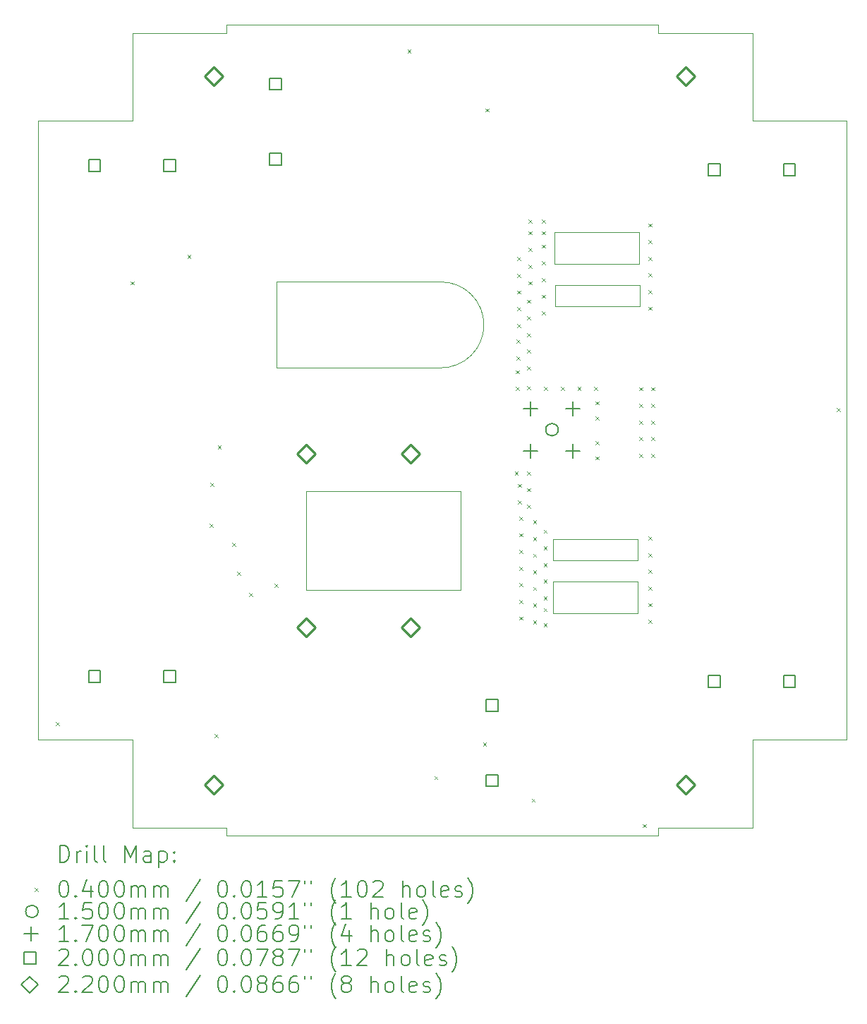
<source format=gbr>
%TF.GenerationSoftware,KiCad,Pcbnew,8.0.8*%
%TF.CreationDate,2025-03-18T15:10:30-07:00*%
%TF.ProjectId,ZPlus_Panel,5a506c75-735f-4506-916e-656c2e6b6963,v1b*%
%TF.SameCoordinates,Original*%
%TF.FileFunction,Drillmap*%
%TF.FilePolarity,Positive*%
%FSLAX45Y45*%
G04 Gerber Fmt 4.5, Leading zero omitted, Abs format (unit mm)*
G04 Created by KiCad (PCBNEW 8.0.8) date 2025-03-18 15:10:30*
%MOMM*%
%LPD*%
G01*
G04 APERTURE LIST*
%ADD10C,0.050000*%
%ADD11C,0.100000*%
%ADD12C,0.200000*%
%ADD13C,0.150000*%
%ADD14C,0.170000*%
%ADD15C,0.220000*%
G04 APERTURE END LIST*
D10*
X21985800Y-4080680D02*
X20858400Y-4080680D01*
X20858400Y-3980680D02*
X20858400Y-4080680D01*
X20858400Y-3980680D02*
X15671200Y-3980680D01*
X21985600Y-13613560D02*
X21985600Y-12562000D01*
X15671200Y-4080680D02*
X14543800Y-4080680D01*
X14543800Y-5132240D02*
X13416400Y-5132240D01*
X19614904Y-7102400D02*
X19614904Y-7356400D01*
X21985800Y-5132240D02*
X21985800Y-4080680D01*
X20610904Y-10154400D02*
X20610904Y-10408400D01*
X20610904Y-10408400D02*
X19594904Y-10408400D01*
X20610400Y-10662400D02*
X19594400Y-10662400D01*
X20630400Y-6848400D02*
X20630400Y-6467400D01*
X19614400Y-6467400D02*
X19614400Y-6848400D01*
X19594904Y-10154400D02*
X20610904Y-10154400D01*
X23113000Y-12562000D02*
X21985600Y-12562000D01*
X14543600Y-12562000D02*
X13416200Y-12562000D01*
X20630904Y-7356400D02*
X20630904Y-7102400D01*
X14543800Y-5132240D02*
X14543800Y-4080680D01*
X19594400Y-11043400D02*
X20610400Y-11043400D01*
X20630400Y-6467400D02*
X19614400Y-6467400D01*
X15671000Y-13713560D02*
X15671000Y-13613560D01*
X13416400Y-5132240D02*
X13416200Y-12562000D01*
X15671000Y-13613560D02*
X14543600Y-13613560D01*
X21985600Y-13613560D02*
X20858200Y-13613560D01*
X19594400Y-10662400D02*
X19594400Y-11043400D01*
X20858200Y-13713560D02*
X15671000Y-13713560D01*
X23113000Y-12562000D02*
X23113200Y-5132240D01*
X19594904Y-10408400D02*
X19594904Y-10154400D01*
X23113200Y-5132240D02*
X21985800Y-5132240D01*
X15671200Y-4080680D02*
X15671200Y-3980680D01*
X20630904Y-7102400D02*
X19614904Y-7102400D01*
X19614400Y-6848400D02*
X20630400Y-6848400D01*
X20858200Y-13613560D02*
X20858200Y-13713560D01*
X19614904Y-7356400D02*
X20630904Y-7356400D01*
X14543600Y-13613560D02*
X14543600Y-12562000D01*
X20610400Y-11043400D02*
X20610400Y-10662400D01*
D11*
X16630000Y-9575000D02*
X18482500Y-9575000D01*
X18482500Y-10765000D01*
X16630000Y-10765000D01*
X16630000Y-9575000D01*
X16271045Y-7067500D02*
X16271045Y-8097500D01*
X16271045Y-7067500D02*
X18248545Y-7067500D01*
X16271045Y-8097500D02*
X18248545Y-8097500D01*
X18248545Y-7067500D02*
G75*
G02*
X18248545Y-8097500I205J-515000D01*
G01*
D12*
D11*
X13627500Y-12347500D02*
X13667500Y-12387500D01*
X13667500Y-12347500D02*
X13627500Y-12387500D01*
X14522500Y-7060000D02*
X14562500Y-7100000D01*
X14562500Y-7060000D02*
X14522500Y-7100000D01*
X15205000Y-6740000D02*
X15245000Y-6780000D01*
X15245000Y-6740000D02*
X15205000Y-6780000D01*
X15472500Y-9970000D02*
X15512500Y-10010000D01*
X15512500Y-9970000D02*
X15472500Y-10010000D01*
X15482500Y-9475000D02*
X15522500Y-9515000D01*
X15522500Y-9475000D02*
X15482500Y-9515000D01*
X15530000Y-12490000D02*
X15570000Y-12530000D01*
X15570000Y-12490000D02*
X15530000Y-12530000D01*
X15570000Y-9030000D02*
X15610000Y-9070000D01*
X15610000Y-9030000D02*
X15570000Y-9070000D01*
X15740000Y-10197500D02*
X15780000Y-10237500D01*
X15780000Y-10197500D02*
X15740000Y-10237500D01*
X15800000Y-10545000D02*
X15840000Y-10585000D01*
X15840000Y-10545000D02*
X15800000Y-10585000D01*
X15947500Y-10800000D02*
X15987500Y-10840000D01*
X15987500Y-10800000D02*
X15947500Y-10840000D01*
X16250000Y-10687500D02*
X16290000Y-10727500D01*
X16290000Y-10687500D02*
X16250000Y-10727500D01*
X17847500Y-4277500D02*
X17887500Y-4317500D01*
X17887500Y-4277500D02*
X17847500Y-4317500D01*
X18167500Y-12995000D02*
X18207500Y-13035000D01*
X18207500Y-12995000D02*
X18167500Y-13035000D01*
X18752500Y-12595000D02*
X18792500Y-12635000D01*
X18792500Y-12595000D02*
X18752500Y-12635000D01*
X18785000Y-4985000D02*
X18825000Y-5025000D01*
X18825000Y-4985000D02*
X18785000Y-5025000D01*
X19132500Y-9345000D02*
X19172500Y-9385000D01*
X19172500Y-9345000D02*
X19132500Y-9385000D01*
X19147500Y-8127500D02*
X19187500Y-8167500D01*
X19187500Y-8127500D02*
X19147500Y-8167500D01*
X19147500Y-8327500D02*
X19187500Y-8367500D01*
X19187500Y-8327500D02*
X19147500Y-8367500D01*
X19157500Y-7760000D02*
X19197500Y-7800000D01*
X19197500Y-7760000D02*
X19157500Y-7800000D01*
X19157500Y-7960000D02*
X19197500Y-8000000D01*
X19197500Y-7960000D02*
X19157500Y-8000000D01*
X19165000Y-6770000D02*
X19205000Y-6810000D01*
X19205000Y-6770000D02*
X19165000Y-6810000D01*
X19165000Y-6970000D02*
X19205000Y-7010000D01*
X19205000Y-6970000D02*
X19165000Y-7010000D01*
X19165000Y-7170000D02*
X19205000Y-7210000D01*
X19205000Y-7170000D02*
X19165000Y-7210000D01*
X19165000Y-7370000D02*
X19205000Y-7410000D01*
X19205000Y-7370000D02*
X19165000Y-7410000D01*
X19165000Y-7570000D02*
X19205000Y-7610000D01*
X19205000Y-7570000D02*
X19165000Y-7610000D01*
X19172500Y-9490000D02*
X19212500Y-9530000D01*
X19212500Y-9490000D02*
X19172500Y-9530000D01*
X19172500Y-9690000D02*
X19212500Y-9730000D01*
X19212500Y-9690000D02*
X19172500Y-9730000D01*
X19190000Y-9882500D02*
X19230000Y-9922500D01*
X19230000Y-9882500D02*
X19190000Y-9922500D01*
X19190000Y-10082500D02*
X19230000Y-10122500D01*
X19230000Y-10082500D02*
X19190000Y-10122500D01*
X19190000Y-10282500D02*
X19230000Y-10322500D01*
X19230000Y-10282500D02*
X19190000Y-10322500D01*
X19190000Y-10482500D02*
X19230000Y-10522500D01*
X19230000Y-10482500D02*
X19190000Y-10522500D01*
X19190000Y-10682500D02*
X19230000Y-10722500D01*
X19230000Y-10682500D02*
X19190000Y-10722500D01*
X19190000Y-10882500D02*
X19230000Y-10922500D01*
X19230000Y-10882500D02*
X19190000Y-10922500D01*
X19190000Y-11082500D02*
X19230000Y-11122500D01*
X19230000Y-11082500D02*
X19190000Y-11122500D01*
X19280000Y-7280000D02*
X19320000Y-7320000D01*
X19320000Y-7280000D02*
X19280000Y-7320000D01*
X19280000Y-7480000D02*
X19320000Y-7520000D01*
X19320000Y-7480000D02*
X19280000Y-7520000D01*
X19280000Y-7680000D02*
X19320000Y-7720000D01*
X19320000Y-7680000D02*
X19280000Y-7720000D01*
X19280000Y-7880000D02*
X19320000Y-7920000D01*
X19320000Y-7880000D02*
X19280000Y-7920000D01*
X19280000Y-8080000D02*
X19320000Y-8120000D01*
X19320000Y-8080000D02*
X19280000Y-8120000D01*
X19280000Y-8320000D02*
X19320000Y-8360000D01*
X19320000Y-8320000D02*
X19280000Y-8360000D01*
X19280000Y-9340000D02*
X19320000Y-9380000D01*
X19320000Y-9340000D02*
X19280000Y-9380000D01*
X19280000Y-9540000D02*
X19320000Y-9580000D01*
X19320000Y-9540000D02*
X19280000Y-9580000D01*
X19280000Y-9740000D02*
X19320000Y-9780000D01*
X19320000Y-9740000D02*
X19280000Y-9780000D01*
X19300000Y-6320000D02*
X19340000Y-6360000D01*
X19340000Y-6320000D02*
X19300000Y-6360000D01*
X19300000Y-6460000D02*
X19340000Y-6500000D01*
X19340000Y-6460000D02*
X19300000Y-6500000D01*
X19300000Y-6660000D02*
X19340000Y-6700000D01*
X19340000Y-6660000D02*
X19300000Y-6700000D01*
X19300000Y-6860000D02*
X19340000Y-6900000D01*
X19340000Y-6860000D02*
X19300000Y-6900000D01*
X19300000Y-7060000D02*
X19340000Y-7100000D01*
X19340000Y-7060000D02*
X19300000Y-7100000D01*
X19337500Y-13267500D02*
X19377500Y-13307500D01*
X19377500Y-13267500D02*
X19337500Y-13307500D01*
X19352500Y-9927500D02*
X19392500Y-9967500D01*
X19392500Y-9927500D02*
X19352500Y-9967500D01*
X19352500Y-10127500D02*
X19392500Y-10167500D01*
X19392500Y-10127500D02*
X19352500Y-10167500D01*
X19352500Y-10327500D02*
X19392500Y-10367500D01*
X19392500Y-10327500D02*
X19352500Y-10367500D01*
X19352500Y-10527500D02*
X19392500Y-10567500D01*
X19392500Y-10527500D02*
X19352500Y-10567500D01*
X19352500Y-10727500D02*
X19392500Y-10767500D01*
X19392500Y-10727500D02*
X19352500Y-10767500D01*
X19352500Y-10927500D02*
X19392500Y-10967500D01*
X19392500Y-10927500D02*
X19352500Y-10967500D01*
X19352500Y-11127500D02*
X19392500Y-11167500D01*
X19392500Y-11127500D02*
X19352500Y-11167500D01*
X19460000Y-6320000D02*
X19500000Y-6360000D01*
X19500000Y-6320000D02*
X19460000Y-6360000D01*
X19460000Y-6460000D02*
X19500000Y-6500000D01*
X19500000Y-6460000D02*
X19460000Y-6500000D01*
X19460000Y-6620000D02*
X19500000Y-6660000D01*
X19500000Y-6620000D02*
X19460000Y-6660000D01*
X19460000Y-6820000D02*
X19500000Y-6860000D01*
X19500000Y-6820000D02*
X19460000Y-6860000D01*
X19460000Y-7020000D02*
X19500000Y-7060000D01*
X19500000Y-7020000D02*
X19460000Y-7060000D01*
X19460000Y-7220000D02*
X19500000Y-7260000D01*
X19500000Y-7220000D02*
X19460000Y-7260000D01*
X19460000Y-7420000D02*
X19500000Y-7460000D01*
X19500000Y-7420000D02*
X19460000Y-7460000D01*
X19480000Y-10040000D02*
X19520000Y-10080000D01*
X19520000Y-10040000D02*
X19480000Y-10080000D01*
X19480000Y-10240000D02*
X19520000Y-10280000D01*
X19520000Y-10240000D02*
X19480000Y-10280000D01*
X19480000Y-10440000D02*
X19520000Y-10480000D01*
X19520000Y-10440000D02*
X19480000Y-10480000D01*
X19480000Y-10640000D02*
X19520000Y-10680000D01*
X19520000Y-10640000D02*
X19480000Y-10680000D01*
X19480000Y-10840000D02*
X19520000Y-10880000D01*
X19520000Y-10840000D02*
X19480000Y-10880000D01*
X19480000Y-10980000D02*
X19520000Y-11020000D01*
X19520000Y-10980000D02*
X19480000Y-11020000D01*
X19480000Y-11160000D02*
X19520000Y-11200000D01*
X19520000Y-11160000D02*
X19480000Y-11200000D01*
X19487400Y-8327600D02*
X19527400Y-8367600D01*
X19527400Y-8327600D02*
X19487400Y-8367600D01*
X19687400Y-8327600D02*
X19727400Y-8367600D01*
X19727400Y-8327600D02*
X19687400Y-8367600D01*
X19887400Y-8327600D02*
X19927400Y-8367600D01*
X19927400Y-8327600D02*
X19887400Y-8367600D01*
X20087400Y-8327600D02*
X20127400Y-8367600D01*
X20127400Y-8327600D02*
X20087400Y-8367600D01*
X20100000Y-8500000D02*
X20140000Y-8540000D01*
X20140000Y-8500000D02*
X20100000Y-8540000D01*
X20100000Y-8680000D02*
X20140000Y-8720000D01*
X20140000Y-8680000D02*
X20100000Y-8720000D01*
X20100000Y-8980000D02*
X20140000Y-9020000D01*
X20140000Y-8980000D02*
X20100000Y-9020000D01*
X20100000Y-9160000D02*
X20140000Y-9200000D01*
X20140000Y-9160000D02*
X20100000Y-9200000D01*
X20627500Y-8330000D02*
X20667500Y-8370000D01*
X20667500Y-8330000D02*
X20627500Y-8370000D01*
X20627500Y-8530000D02*
X20667500Y-8570000D01*
X20667500Y-8530000D02*
X20627500Y-8570000D01*
X20627500Y-8730000D02*
X20667500Y-8770000D01*
X20667500Y-8730000D02*
X20627500Y-8770000D01*
X20627500Y-8930000D02*
X20667500Y-8970000D01*
X20667500Y-8930000D02*
X20627500Y-8970000D01*
X20627500Y-9130000D02*
X20667500Y-9170000D01*
X20667500Y-9130000D02*
X20627500Y-9170000D01*
X20672500Y-13570000D02*
X20712500Y-13610000D01*
X20712500Y-13570000D02*
X20672500Y-13610000D01*
X20735200Y-6365600D02*
X20775200Y-6405600D01*
X20775200Y-6365600D02*
X20735200Y-6405600D01*
X20735200Y-6565600D02*
X20775200Y-6605600D01*
X20775200Y-6565600D02*
X20735200Y-6605600D01*
X20735200Y-6765600D02*
X20775200Y-6805600D01*
X20775200Y-6765600D02*
X20735200Y-6805600D01*
X20735200Y-6965600D02*
X20775200Y-7005600D01*
X20775200Y-6965600D02*
X20735200Y-7005600D01*
X20735200Y-7165600D02*
X20775200Y-7205600D01*
X20775200Y-7165600D02*
X20735200Y-7205600D01*
X20735200Y-7365600D02*
X20775200Y-7405600D01*
X20775200Y-7365600D02*
X20735200Y-7405600D01*
X20735200Y-10121600D02*
X20775200Y-10161600D01*
X20775200Y-10121600D02*
X20735200Y-10161600D01*
X20735200Y-10321600D02*
X20775200Y-10361600D01*
X20775200Y-10321600D02*
X20735200Y-10361600D01*
X20735200Y-10521600D02*
X20775200Y-10561600D01*
X20775200Y-10521600D02*
X20735200Y-10561600D01*
X20735200Y-10721600D02*
X20775200Y-10761600D01*
X20775200Y-10721600D02*
X20735200Y-10761600D01*
X20735200Y-10921600D02*
X20775200Y-10961600D01*
X20775200Y-10921600D02*
X20735200Y-10961600D01*
X20735200Y-11121600D02*
X20775200Y-11161600D01*
X20775200Y-11121600D02*
X20735200Y-11161600D01*
X20770000Y-8330000D02*
X20810000Y-8370000D01*
X20810000Y-8330000D02*
X20770000Y-8370000D01*
X20770000Y-8530000D02*
X20810000Y-8570000D01*
X20810000Y-8530000D02*
X20770000Y-8570000D01*
X20770000Y-8730000D02*
X20810000Y-8770000D01*
X20810000Y-8730000D02*
X20770000Y-8770000D01*
X20770000Y-8930000D02*
X20810000Y-8970000D01*
X20810000Y-8930000D02*
X20770000Y-8970000D01*
X20770000Y-9130000D02*
X20810000Y-9170000D01*
X20810000Y-9130000D02*
X20770000Y-9170000D01*
X23000000Y-8582500D02*
X23040000Y-8622500D01*
X23040000Y-8582500D02*
X23000000Y-8622500D01*
D13*
X19655000Y-8840000D02*
G75*
G02*
X19505000Y-8840000I-75000J0D01*
G01*
X19505000Y-8840000D02*
G75*
G02*
X19655000Y-8840000I75000J0D01*
G01*
D14*
X19326000Y-8501000D02*
X19326000Y-8671000D01*
X19241000Y-8586000D02*
X19411000Y-8586000D01*
X19326000Y-9009000D02*
X19326000Y-9179000D01*
X19241000Y-9094000D02*
X19411000Y-9094000D01*
X19834000Y-8501000D02*
X19834000Y-8671000D01*
X19749000Y-8586000D02*
X19919000Y-8586000D01*
X19834000Y-9009000D02*
X19834000Y-9179000D01*
X19749000Y-9094000D02*
X19919000Y-9094000D01*
D12*
X14160711Y-5740711D02*
X14160711Y-5599289D01*
X14019289Y-5599289D01*
X14019289Y-5740711D01*
X14160711Y-5740711D01*
X14160711Y-11870711D02*
X14160711Y-11729289D01*
X14019289Y-11729289D01*
X14019289Y-11870711D01*
X14160711Y-11870711D01*
X15060711Y-5740711D02*
X15060711Y-5599289D01*
X14919289Y-5599289D01*
X14919289Y-5740711D01*
X15060711Y-5740711D01*
X15060711Y-11870711D02*
X15060711Y-11729289D01*
X14919289Y-11729289D01*
X14919289Y-11870711D01*
X15060711Y-11870711D01*
X16333211Y-4763211D02*
X16333211Y-4621789D01*
X16191789Y-4621789D01*
X16191789Y-4763211D01*
X16333211Y-4763211D01*
X16333211Y-5663211D02*
X16333211Y-5521789D01*
X16191789Y-5521789D01*
X16191789Y-5663211D01*
X16333211Y-5663211D01*
X18930711Y-12220711D02*
X18930711Y-12079289D01*
X18789289Y-12079289D01*
X18789289Y-12220711D01*
X18930711Y-12220711D01*
X18930711Y-13120711D02*
X18930711Y-12979289D01*
X18789289Y-12979289D01*
X18789289Y-13120711D01*
X18930711Y-13120711D01*
X21600711Y-5790711D02*
X21600711Y-5649289D01*
X21459289Y-5649289D01*
X21459289Y-5790711D01*
X21600711Y-5790711D01*
X21600711Y-11930711D02*
X21600711Y-11789289D01*
X21459289Y-11789289D01*
X21459289Y-11930711D01*
X21600711Y-11930711D01*
X22500711Y-5790711D02*
X22500711Y-5649289D01*
X22359289Y-5649289D01*
X22359289Y-5790711D01*
X22500711Y-5790711D01*
X22500711Y-11930711D02*
X22500711Y-11789289D01*
X22359289Y-11789289D01*
X22359289Y-11930711D01*
X22500711Y-11930711D01*
D15*
X15518200Y-4706560D02*
X15628200Y-4596560D01*
X15518200Y-4486560D01*
X15408200Y-4596560D01*
X15518200Y-4706560D01*
X15518200Y-13206560D02*
X15628200Y-13096560D01*
X15518200Y-12986560D01*
X15408200Y-13096560D01*
X15518200Y-13206560D01*
X16632500Y-9240000D02*
X16742500Y-9130000D01*
X16632500Y-9020000D01*
X16522500Y-9130000D01*
X16632500Y-9240000D01*
X16632500Y-11320000D02*
X16742500Y-11210000D01*
X16632500Y-11100000D01*
X16522500Y-11210000D01*
X16632500Y-11320000D01*
X17882500Y-9240000D02*
X17992500Y-9130000D01*
X17882500Y-9020000D01*
X17772500Y-9130000D01*
X17882500Y-9240000D01*
X17882500Y-11320000D02*
X17992500Y-11210000D01*
X17882500Y-11100000D01*
X17772500Y-11210000D01*
X17882500Y-11320000D01*
X21185600Y-4706560D02*
X21295600Y-4596560D01*
X21185600Y-4486560D01*
X21075600Y-4596560D01*
X21185600Y-4706560D01*
X21185600Y-13206560D02*
X21295600Y-13096560D01*
X21185600Y-12986560D01*
X21075600Y-13096560D01*
X21185600Y-13206560D01*
D12*
X13674477Y-14027544D02*
X13674477Y-13827544D01*
X13674477Y-13827544D02*
X13722096Y-13827544D01*
X13722096Y-13827544D02*
X13750667Y-13837068D01*
X13750667Y-13837068D02*
X13769715Y-13856115D01*
X13769715Y-13856115D02*
X13779239Y-13875163D01*
X13779239Y-13875163D02*
X13788762Y-13913258D01*
X13788762Y-13913258D02*
X13788762Y-13941829D01*
X13788762Y-13941829D02*
X13779239Y-13979925D01*
X13779239Y-13979925D02*
X13769715Y-13998972D01*
X13769715Y-13998972D02*
X13750667Y-14018020D01*
X13750667Y-14018020D02*
X13722096Y-14027544D01*
X13722096Y-14027544D02*
X13674477Y-14027544D01*
X13874477Y-14027544D02*
X13874477Y-13894210D01*
X13874477Y-13932306D02*
X13884001Y-13913258D01*
X13884001Y-13913258D02*
X13893524Y-13903734D01*
X13893524Y-13903734D02*
X13912572Y-13894210D01*
X13912572Y-13894210D02*
X13931620Y-13894210D01*
X13998286Y-14027544D02*
X13998286Y-13894210D01*
X13998286Y-13827544D02*
X13988762Y-13837068D01*
X13988762Y-13837068D02*
X13998286Y-13846591D01*
X13998286Y-13846591D02*
X14007810Y-13837068D01*
X14007810Y-13837068D02*
X13998286Y-13827544D01*
X13998286Y-13827544D02*
X13998286Y-13846591D01*
X14122096Y-14027544D02*
X14103048Y-14018020D01*
X14103048Y-14018020D02*
X14093524Y-13998972D01*
X14093524Y-13998972D02*
X14093524Y-13827544D01*
X14226858Y-14027544D02*
X14207810Y-14018020D01*
X14207810Y-14018020D02*
X14198286Y-13998972D01*
X14198286Y-13998972D02*
X14198286Y-13827544D01*
X14455429Y-14027544D02*
X14455429Y-13827544D01*
X14455429Y-13827544D02*
X14522096Y-13970401D01*
X14522096Y-13970401D02*
X14588762Y-13827544D01*
X14588762Y-13827544D02*
X14588762Y-14027544D01*
X14769715Y-14027544D02*
X14769715Y-13922782D01*
X14769715Y-13922782D02*
X14760191Y-13903734D01*
X14760191Y-13903734D02*
X14741143Y-13894210D01*
X14741143Y-13894210D02*
X14703048Y-13894210D01*
X14703048Y-13894210D02*
X14684001Y-13903734D01*
X14769715Y-14018020D02*
X14750667Y-14027544D01*
X14750667Y-14027544D02*
X14703048Y-14027544D01*
X14703048Y-14027544D02*
X14684001Y-14018020D01*
X14684001Y-14018020D02*
X14674477Y-13998972D01*
X14674477Y-13998972D02*
X14674477Y-13979925D01*
X14674477Y-13979925D02*
X14684001Y-13960877D01*
X14684001Y-13960877D02*
X14703048Y-13951353D01*
X14703048Y-13951353D02*
X14750667Y-13951353D01*
X14750667Y-13951353D02*
X14769715Y-13941829D01*
X14864953Y-13894210D02*
X14864953Y-14094210D01*
X14864953Y-13903734D02*
X14884001Y-13894210D01*
X14884001Y-13894210D02*
X14922096Y-13894210D01*
X14922096Y-13894210D02*
X14941143Y-13903734D01*
X14941143Y-13903734D02*
X14950667Y-13913258D01*
X14950667Y-13913258D02*
X14960191Y-13932306D01*
X14960191Y-13932306D02*
X14960191Y-13989448D01*
X14960191Y-13989448D02*
X14950667Y-14008496D01*
X14950667Y-14008496D02*
X14941143Y-14018020D01*
X14941143Y-14018020D02*
X14922096Y-14027544D01*
X14922096Y-14027544D02*
X14884001Y-14027544D01*
X14884001Y-14027544D02*
X14864953Y-14018020D01*
X15045905Y-14008496D02*
X15055429Y-14018020D01*
X15055429Y-14018020D02*
X15045905Y-14027544D01*
X15045905Y-14027544D02*
X15036382Y-14018020D01*
X15036382Y-14018020D02*
X15045905Y-14008496D01*
X15045905Y-14008496D02*
X15045905Y-14027544D01*
X15045905Y-13903734D02*
X15055429Y-13913258D01*
X15055429Y-13913258D02*
X15045905Y-13922782D01*
X15045905Y-13922782D02*
X15036382Y-13913258D01*
X15036382Y-13913258D02*
X15045905Y-13903734D01*
X15045905Y-13903734D02*
X15045905Y-13922782D01*
D11*
X13373700Y-14336060D02*
X13413700Y-14376060D01*
X13413700Y-14336060D02*
X13373700Y-14376060D01*
D12*
X13712572Y-14247544D02*
X13731620Y-14247544D01*
X13731620Y-14247544D02*
X13750667Y-14257068D01*
X13750667Y-14257068D02*
X13760191Y-14266591D01*
X13760191Y-14266591D02*
X13769715Y-14285639D01*
X13769715Y-14285639D02*
X13779239Y-14323734D01*
X13779239Y-14323734D02*
X13779239Y-14371353D01*
X13779239Y-14371353D02*
X13769715Y-14409448D01*
X13769715Y-14409448D02*
X13760191Y-14428496D01*
X13760191Y-14428496D02*
X13750667Y-14438020D01*
X13750667Y-14438020D02*
X13731620Y-14447544D01*
X13731620Y-14447544D02*
X13712572Y-14447544D01*
X13712572Y-14447544D02*
X13693524Y-14438020D01*
X13693524Y-14438020D02*
X13684001Y-14428496D01*
X13684001Y-14428496D02*
X13674477Y-14409448D01*
X13674477Y-14409448D02*
X13664953Y-14371353D01*
X13664953Y-14371353D02*
X13664953Y-14323734D01*
X13664953Y-14323734D02*
X13674477Y-14285639D01*
X13674477Y-14285639D02*
X13684001Y-14266591D01*
X13684001Y-14266591D02*
X13693524Y-14257068D01*
X13693524Y-14257068D02*
X13712572Y-14247544D01*
X13864953Y-14428496D02*
X13874477Y-14438020D01*
X13874477Y-14438020D02*
X13864953Y-14447544D01*
X13864953Y-14447544D02*
X13855429Y-14438020D01*
X13855429Y-14438020D02*
X13864953Y-14428496D01*
X13864953Y-14428496D02*
X13864953Y-14447544D01*
X14045905Y-14314210D02*
X14045905Y-14447544D01*
X13998286Y-14238020D02*
X13950667Y-14380877D01*
X13950667Y-14380877D02*
X14074477Y-14380877D01*
X14188762Y-14247544D02*
X14207810Y-14247544D01*
X14207810Y-14247544D02*
X14226858Y-14257068D01*
X14226858Y-14257068D02*
X14236382Y-14266591D01*
X14236382Y-14266591D02*
X14245905Y-14285639D01*
X14245905Y-14285639D02*
X14255429Y-14323734D01*
X14255429Y-14323734D02*
X14255429Y-14371353D01*
X14255429Y-14371353D02*
X14245905Y-14409448D01*
X14245905Y-14409448D02*
X14236382Y-14428496D01*
X14236382Y-14428496D02*
X14226858Y-14438020D01*
X14226858Y-14438020D02*
X14207810Y-14447544D01*
X14207810Y-14447544D02*
X14188762Y-14447544D01*
X14188762Y-14447544D02*
X14169715Y-14438020D01*
X14169715Y-14438020D02*
X14160191Y-14428496D01*
X14160191Y-14428496D02*
X14150667Y-14409448D01*
X14150667Y-14409448D02*
X14141143Y-14371353D01*
X14141143Y-14371353D02*
X14141143Y-14323734D01*
X14141143Y-14323734D02*
X14150667Y-14285639D01*
X14150667Y-14285639D02*
X14160191Y-14266591D01*
X14160191Y-14266591D02*
X14169715Y-14257068D01*
X14169715Y-14257068D02*
X14188762Y-14247544D01*
X14379239Y-14247544D02*
X14398286Y-14247544D01*
X14398286Y-14247544D02*
X14417334Y-14257068D01*
X14417334Y-14257068D02*
X14426858Y-14266591D01*
X14426858Y-14266591D02*
X14436382Y-14285639D01*
X14436382Y-14285639D02*
X14445905Y-14323734D01*
X14445905Y-14323734D02*
X14445905Y-14371353D01*
X14445905Y-14371353D02*
X14436382Y-14409448D01*
X14436382Y-14409448D02*
X14426858Y-14428496D01*
X14426858Y-14428496D02*
X14417334Y-14438020D01*
X14417334Y-14438020D02*
X14398286Y-14447544D01*
X14398286Y-14447544D02*
X14379239Y-14447544D01*
X14379239Y-14447544D02*
X14360191Y-14438020D01*
X14360191Y-14438020D02*
X14350667Y-14428496D01*
X14350667Y-14428496D02*
X14341143Y-14409448D01*
X14341143Y-14409448D02*
X14331620Y-14371353D01*
X14331620Y-14371353D02*
X14331620Y-14323734D01*
X14331620Y-14323734D02*
X14341143Y-14285639D01*
X14341143Y-14285639D02*
X14350667Y-14266591D01*
X14350667Y-14266591D02*
X14360191Y-14257068D01*
X14360191Y-14257068D02*
X14379239Y-14247544D01*
X14531620Y-14447544D02*
X14531620Y-14314210D01*
X14531620Y-14333258D02*
X14541143Y-14323734D01*
X14541143Y-14323734D02*
X14560191Y-14314210D01*
X14560191Y-14314210D02*
X14588763Y-14314210D01*
X14588763Y-14314210D02*
X14607810Y-14323734D01*
X14607810Y-14323734D02*
X14617334Y-14342782D01*
X14617334Y-14342782D02*
X14617334Y-14447544D01*
X14617334Y-14342782D02*
X14626858Y-14323734D01*
X14626858Y-14323734D02*
X14645905Y-14314210D01*
X14645905Y-14314210D02*
X14674477Y-14314210D01*
X14674477Y-14314210D02*
X14693524Y-14323734D01*
X14693524Y-14323734D02*
X14703048Y-14342782D01*
X14703048Y-14342782D02*
X14703048Y-14447544D01*
X14798286Y-14447544D02*
X14798286Y-14314210D01*
X14798286Y-14333258D02*
X14807810Y-14323734D01*
X14807810Y-14323734D02*
X14826858Y-14314210D01*
X14826858Y-14314210D02*
X14855429Y-14314210D01*
X14855429Y-14314210D02*
X14874477Y-14323734D01*
X14874477Y-14323734D02*
X14884001Y-14342782D01*
X14884001Y-14342782D02*
X14884001Y-14447544D01*
X14884001Y-14342782D02*
X14893524Y-14323734D01*
X14893524Y-14323734D02*
X14912572Y-14314210D01*
X14912572Y-14314210D02*
X14941143Y-14314210D01*
X14941143Y-14314210D02*
X14960191Y-14323734D01*
X14960191Y-14323734D02*
X14969715Y-14342782D01*
X14969715Y-14342782D02*
X14969715Y-14447544D01*
X15360191Y-14238020D02*
X15188763Y-14495163D01*
X15617334Y-14247544D02*
X15636382Y-14247544D01*
X15636382Y-14247544D02*
X15655429Y-14257068D01*
X15655429Y-14257068D02*
X15664953Y-14266591D01*
X15664953Y-14266591D02*
X15674477Y-14285639D01*
X15674477Y-14285639D02*
X15684001Y-14323734D01*
X15684001Y-14323734D02*
X15684001Y-14371353D01*
X15684001Y-14371353D02*
X15674477Y-14409448D01*
X15674477Y-14409448D02*
X15664953Y-14428496D01*
X15664953Y-14428496D02*
X15655429Y-14438020D01*
X15655429Y-14438020D02*
X15636382Y-14447544D01*
X15636382Y-14447544D02*
X15617334Y-14447544D01*
X15617334Y-14447544D02*
X15598286Y-14438020D01*
X15598286Y-14438020D02*
X15588763Y-14428496D01*
X15588763Y-14428496D02*
X15579239Y-14409448D01*
X15579239Y-14409448D02*
X15569715Y-14371353D01*
X15569715Y-14371353D02*
X15569715Y-14323734D01*
X15569715Y-14323734D02*
X15579239Y-14285639D01*
X15579239Y-14285639D02*
X15588763Y-14266591D01*
X15588763Y-14266591D02*
X15598286Y-14257068D01*
X15598286Y-14257068D02*
X15617334Y-14247544D01*
X15769715Y-14428496D02*
X15779239Y-14438020D01*
X15779239Y-14438020D02*
X15769715Y-14447544D01*
X15769715Y-14447544D02*
X15760191Y-14438020D01*
X15760191Y-14438020D02*
X15769715Y-14428496D01*
X15769715Y-14428496D02*
X15769715Y-14447544D01*
X15903048Y-14247544D02*
X15922096Y-14247544D01*
X15922096Y-14247544D02*
X15941144Y-14257068D01*
X15941144Y-14257068D02*
X15950667Y-14266591D01*
X15950667Y-14266591D02*
X15960191Y-14285639D01*
X15960191Y-14285639D02*
X15969715Y-14323734D01*
X15969715Y-14323734D02*
X15969715Y-14371353D01*
X15969715Y-14371353D02*
X15960191Y-14409448D01*
X15960191Y-14409448D02*
X15950667Y-14428496D01*
X15950667Y-14428496D02*
X15941144Y-14438020D01*
X15941144Y-14438020D02*
X15922096Y-14447544D01*
X15922096Y-14447544D02*
X15903048Y-14447544D01*
X15903048Y-14447544D02*
X15884001Y-14438020D01*
X15884001Y-14438020D02*
X15874477Y-14428496D01*
X15874477Y-14428496D02*
X15864953Y-14409448D01*
X15864953Y-14409448D02*
X15855429Y-14371353D01*
X15855429Y-14371353D02*
X15855429Y-14323734D01*
X15855429Y-14323734D02*
X15864953Y-14285639D01*
X15864953Y-14285639D02*
X15874477Y-14266591D01*
X15874477Y-14266591D02*
X15884001Y-14257068D01*
X15884001Y-14257068D02*
X15903048Y-14247544D01*
X16160191Y-14447544D02*
X16045906Y-14447544D01*
X16103048Y-14447544D02*
X16103048Y-14247544D01*
X16103048Y-14247544D02*
X16084001Y-14276115D01*
X16084001Y-14276115D02*
X16064953Y-14295163D01*
X16064953Y-14295163D02*
X16045906Y-14304687D01*
X16341144Y-14247544D02*
X16245906Y-14247544D01*
X16245906Y-14247544D02*
X16236382Y-14342782D01*
X16236382Y-14342782D02*
X16245906Y-14333258D01*
X16245906Y-14333258D02*
X16264953Y-14323734D01*
X16264953Y-14323734D02*
X16312572Y-14323734D01*
X16312572Y-14323734D02*
X16331620Y-14333258D01*
X16331620Y-14333258D02*
X16341144Y-14342782D01*
X16341144Y-14342782D02*
X16350667Y-14361829D01*
X16350667Y-14361829D02*
X16350667Y-14409448D01*
X16350667Y-14409448D02*
X16341144Y-14428496D01*
X16341144Y-14428496D02*
X16331620Y-14438020D01*
X16331620Y-14438020D02*
X16312572Y-14447544D01*
X16312572Y-14447544D02*
X16264953Y-14447544D01*
X16264953Y-14447544D02*
X16245906Y-14438020D01*
X16245906Y-14438020D02*
X16236382Y-14428496D01*
X16417334Y-14247544D02*
X16550667Y-14247544D01*
X16550667Y-14247544D02*
X16464953Y-14447544D01*
X16617334Y-14247544D02*
X16617334Y-14285639D01*
X16693525Y-14247544D02*
X16693525Y-14285639D01*
X16988763Y-14523734D02*
X16979239Y-14514210D01*
X16979239Y-14514210D02*
X16960191Y-14485639D01*
X16960191Y-14485639D02*
X16950668Y-14466591D01*
X16950668Y-14466591D02*
X16941144Y-14438020D01*
X16941144Y-14438020D02*
X16931620Y-14390401D01*
X16931620Y-14390401D02*
X16931620Y-14352306D01*
X16931620Y-14352306D02*
X16941144Y-14304687D01*
X16941144Y-14304687D02*
X16950668Y-14276115D01*
X16950668Y-14276115D02*
X16960191Y-14257068D01*
X16960191Y-14257068D02*
X16979239Y-14228496D01*
X16979239Y-14228496D02*
X16988763Y-14218972D01*
X17169715Y-14447544D02*
X17055430Y-14447544D01*
X17112572Y-14447544D02*
X17112572Y-14247544D01*
X17112572Y-14247544D02*
X17093525Y-14276115D01*
X17093525Y-14276115D02*
X17074477Y-14295163D01*
X17074477Y-14295163D02*
X17055430Y-14304687D01*
X17293525Y-14247544D02*
X17312572Y-14247544D01*
X17312572Y-14247544D02*
X17331620Y-14257068D01*
X17331620Y-14257068D02*
X17341144Y-14266591D01*
X17341144Y-14266591D02*
X17350668Y-14285639D01*
X17350668Y-14285639D02*
X17360191Y-14323734D01*
X17360191Y-14323734D02*
X17360191Y-14371353D01*
X17360191Y-14371353D02*
X17350668Y-14409448D01*
X17350668Y-14409448D02*
X17341144Y-14428496D01*
X17341144Y-14428496D02*
X17331620Y-14438020D01*
X17331620Y-14438020D02*
X17312572Y-14447544D01*
X17312572Y-14447544D02*
X17293525Y-14447544D01*
X17293525Y-14447544D02*
X17274477Y-14438020D01*
X17274477Y-14438020D02*
X17264953Y-14428496D01*
X17264953Y-14428496D02*
X17255430Y-14409448D01*
X17255430Y-14409448D02*
X17245906Y-14371353D01*
X17245906Y-14371353D02*
X17245906Y-14323734D01*
X17245906Y-14323734D02*
X17255430Y-14285639D01*
X17255430Y-14285639D02*
X17264953Y-14266591D01*
X17264953Y-14266591D02*
X17274477Y-14257068D01*
X17274477Y-14257068D02*
X17293525Y-14247544D01*
X17436382Y-14266591D02*
X17445906Y-14257068D01*
X17445906Y-14257068D02*
X17464953Y-14247544D01*
X17464953Y-14247544D02*
X17512572Y-14247544D01*
X17512572Y-14247544D02*
X17531620Y-14257068D01*
X17531620Y-14257068D02*
X17541144Y-14266591D01*
X17541144Y-14266591D02*
X17550668Y-14285639D01*
X17550668Y-14285639D02*
X17550668Y-14304687D01*
X17550668Y-14304687D02*
X17541144Y-14333258D01*
X17541144Y-14333258D02*
X17426858Y-14447544D01*
X17426858Y-14447544D02*
X17550668Y-14447544D01*
X17788763Y-14447544D02*
X17788763Y-14247544D01*
X17874477Y-14447544D02*
X17874477Y-14342782D01*
X17874477Y-14342782D02*
X17864953Y-14323734D01*
X17864953Y-14323734D02*
X17845906Y-14314210D01*
X17845906Y-14314210D02*
X17817334Y-14314210D01*
X17817334Y-14314210D02*
X17798287Y-14323734D01*
X17798287Y-14323734D02*
X17788763Y-14333258D01*
X17998287Y-14447544D02*
X17979239Y-14438020D01*
X17979239Y-14438020D02*
X17969715Y-14428496D01*
X17969715Y-14428496D02*
X17960192Y-14409448D01*
X17960192Y-14409448D02*
X17960192Y-14352306D01*
X17960192Y-14352306D02*
X17969715Y-14333258D01*
X17969715Y-14333258D02*
X17979239Y-14323734D01*
X17979239Y-14323734D02*
X17998287Y-14314210D01*
X17998287Y-14314210D02*
X18026858Y-14314210D01*
X18026858Y-14314210D02*
X18045906Y-14323734D01*
X18045906Y-14323734D02*
X18055430Y-14333258D01*
X18055430Y-14333258D02*
X18064953Y-14352306D01*
X18064953Y-14352306D02*
X18064953Y-14409448D01*
X18064953Y-14409448D02*
X18055430Y-14428496D01*
X18055430Y-14428496D02*
X18045906Y-14438020D01*
X18045906Y-14438020D02*
X18026858Y-14447544D01*
X18026858Y-14447544D02*
X17998287Y-14447544D01*
X18179239Y-14447544D02*
X18160192Y-14438020D01*
X18160192Y-14438020D02*
X18150668Y-14418972D01*
X18150668Y-14418972D02*
X18150668Y-14247544D01*
X18331620Y-14438020D02*
X18312573Y-14447544D01*
X18312573Y-14447544D02*
X18274477Y-14447544D01*
X18274477Y-14447544D02*
X18255430Y-14438020D01*
X18255430Y-14438020D02*
X18245906Y-14418972D01*
X18245906Y-14418972D02*
X18245906Y-14342782D01*
X18245906Y-14342782D02*
X18255430Y-14323734D01*
X18255430Y-14323734D02*
X18274477Y-14314210D01*
X18274477Y-14314210D02*
X18312573Y-14314210D01*
X18312573Y-14314210D02*
X18331620Y-14323734D01*
X18331620Y-14323734D02*
X18341144Y-14342782D01*
X18341144Y-14342782D02*
X18341144Y-14361829D01*
X18341144Y-14361829D02*
X18245906Y-14380877D01*
X18417334Y-14438020D02*
X18436382Y-14447544D01*
X18436382Y-14447544D02*
X18474477Y-14447544D01*
X18474477Y-14447544D02*
X18493525Y-14438020D01*
X18493525Y-14438020D02*
X18503049Y-14418972D01*
X18503049Y-14418972D02*
X18503049Y-14409448D01*
X18503049Y-14409448D02*
X18493525Y-14390401D01*
X18493525Y-14390401D02*
X18474477Y-14380877D01*
X18474477Y-14380877D02*
X18445906Y-14380877D01*
X18445906Y-14380877D02*
X18426858Y-14371353D01*
X18426858Y-14371353D02*
X18417334Y-14352306D01*
X18417334Y-14352306D02*
X18417334Y-14342782D01*
X18417334Y-14342782D02*
X18426858Y-14323734D01*
X18426858Y-14323734D02*
X18445906Y-14314210D01*
X18445906Y-14314210D02*
X18474477Y-14314210D01*
X18474477Y-14314210D02*
X18493525Y-14323734D01*
X18569715Y-14523734D02*
X18579239Y-14514210D01*
X18579239Y-14514210D02*
X18598287Y-14485639D01*
X18598287Y-14485639D02*
X18607811Y-14466591D01*
X18607811Y-14466591D02*
X18617334Y-14438020D01*
X18617334Y-14438020D02*
X18626858Y-14390401D01*
X18626858Y-14390401D02*
X18626858Y-14352306D01*
X18626858Y-14352306D02*
X18617334Y-14304687D01*
X18617334Y-14304687D02*
X18607811Y-14276115D01*
X18607811Y-14276115D02*
X18598287Y-14257068D01*
X18598287Y-14257068D02*
X18579239Y-14228496D01*
X18579239Y-14228496D02*
X18569715Y-14218972D01*
D13*
X13413700Y-14620060D02*
G75*
G02*
X13263700Y-14620060I-75000J0D01*
G01*
X13263700Y-14620060D02*
G75*
G02*
X13413700Y-14620060I75000J0D01*
G01*
D12*
X13779239Y-14711544D02*
X13664953Y-14711544D01*
X13722096Y-14711544D02*
X13722096Y-14511544D01*
X13722096Y-14511544D02*
X13703048Y-14540115D01*
X13703048Y-14540115D02*
X13684001Y-14559163D01*
X13684001Y-14559163D02*
X13664953Y-14568687D01*
X13864953Y-14692496D02*
X13874477Y-14702020D01*
X13874477Y-14702020D02*
X13864953Y-14711544D01*
X13864953Y-14711544D02*
X13855429Y-14702020D01*
X13855429Y-14702020D02*
X13864953Y-14692496D01*
X13864953Y-14692496D02*
X13864953Y-14711544D01*
X14055429Y-14511544D02*
X13960191Y-14511544D01*
X13960191Y-14511544D02*
X13950667Y-14606782D01*
X13950667Y-14606782D02*
X13960191Y-14597258D01*
X13960191Y-14597258D02*
X13979239Y-14587734D01*
X13979239Y-14587734D02*
X14026858Y-14587734D01*
X14026858Y-14587734D02*
X14045905Y-14597258D01*
X14045905Y-14597258D02*
X14055429Y-14606782D01*
X14055429Y-14606782D02*
X14064953Y-14625829D01*
X14064953Y-14625829D02*
X14064953Y-14673448D01*
X14064953Y-14673448D02*
X14055429Y-14692496D01*
X14055429Y-14692496D02*
X14045905Y-14702020D01*
X14045905Y-14702020D02*
X14026858Y-14711544D01*
X14026858Y-14711544D02*
X13979239Y-14711544D01*
X13979239Y-14711544D02*
X13960191Y-14702020D01*
X13960191Y-14702020D02*
X13950667Y-14692496D01*
X14188762Y-14511544D02*
X14207810Y-14511544D01*
X14207810Y-14511544D02*
X14226858Y-14521068D01*
X14226858Y-14521068D02*
X14236382Y-14530591D01*
X14236382Y-14530591D02*
X14245905Y-14549639D01*
X14245905Y-14549639D02*
X14255429Y-14587734D01*
X14255429Y-14587734D02*
X14255429Y-14635353D01*
X14255429Y-14635353D02*
X14245905Y-14673448D01*
X14245905Y-14673448D02*
X14236382Y-14692496D01*
X14236382Y-14692496D02*
X14226858Y-14702020D01*
X14226858Y-14702020D02*
X14207810Y-14711544D01*
X14207810Y-14711544D02*
X14188762Y-14711544D01*
X14188762Y-14711544D02*
X14169715Y-14702020D01*
X14169715Y-14702020D02*
X14160191Y-14692496D01*
X14160191Y-14692496D02*
X14150667Y-14673448D01*
X14150667Y-14673448D02*
X14141143Y-14635353D01*
X14141143Y-14635353D02*
X14141143Y-14587734D01*
X14141143Y-14587734D02*
X14150667Y-14549639D01*
X14150667Y-14549639D02*
X14160191Y-14530591D01*
X14160191Y-14530591D02*
X14169715Y-14521068D01*
X14169715Y-14521068D02*
X14188762Y-14511544D01*
X14379239Y-14511544D02*
X14398286Y-14511544D01*
X14398286Y-14511544D02*
X14417334Y-14521068D01*
X14417334Y-14521068D02*
X14426858Y-14530591D01*
X14426858Y-14530591D02*
X14436382Y-14549639D01*
X14436382Y-14549639D02*
X14445905Y-14587734D01*
X14445905Y-14587734D02*
X14445905Y-14635353D01*
X14445905Y-14635353D02*
X14436382Y-14673448D01*
X14436382Y-14673448D02*
X14426858Y-14692496D01*
X14426858Y-14692496D02*
X14417334Y-14702020D01*
X14417334Y-14702020D02*
X14398286Y-14711544D01*
X14398286Y-14711544D02*
X14379239Y-14711544D01*
X14379239Y-14711544D02*
X14360191Y-14702020D01*
X14360191Y-14702020D02*
X14350667Y-14692496D01*
X14350667Y-14692496D02*
X14341143Y-14673448D01*
X14341143Y-14673448D02*
X14331620Y-14635353D01*
X14331620Y-14635353D02*
X14331620Y-14587734D01*
X14331620Y-14587734D02*
X14341143Y-14549639D01*
X14341143Y-14549639D02*
X14350667Y-14530591D01*
X14350667Y-14530591D02*
X14360191Y-14521068D01*
X14360191Y-14521068D02*
X14379239Y-14511544D01*
X14531620Y-14711544D02*
X14531620Y-14578210D01*
X14531620Y-14597258D02*
X14541143Y-14587734D01*
X14541143Y-14587734D02*
X14560191Y-14578210D01*
X14560191Y-14578210D02*
X14588763Y-14578210D01*
X14588763Y-14578210D02*
X14607810Y-14587734D01*
X14607810Y-14587734D02*
X14617334Y-14606782D01*
X14617334Y-14606782D02*
X14617334Y-14711544D01*
X14617334Y-14606782D02*
X14626858Y-14587734D01*
X14626858Y-14587734D02*
X14645905Y-14578210D01*
X14645905Y-14578210D02*
X14674477Y-14578210D01*
X14674477Y-14578210D02*
X14693524Y-14587734D01*
X14693524Y-14587734D02*
X14703048Y-14606782D01*
X14703048Y-14606782D02*
X14703048Y-14711544D01*
X14798286Y-14711544D02*
X14798286Y-14578210D01*
X14798286Y-14597258D02*
X14807810Y-14587734D01*
X14807810Y-14587734D02*
X14826858Y-14578210D01*
X14826858Y-14578210D02*
X14855429Y-14578210D01*
X14855429Y-14578210D02*
X14874477Y-14587734D01*
X14874477Y-14587734D02*
X14884001Y-14606782D01*
X14884001Y-14606782D02*
X14884001Y-14711544D01*
X14884001Y-14606782D02*
X14893524Y-14587734D01*
X14893524Y-14587734D02*
X14912572Y-14578210D01*
X14912572Y-14578210D02*
X14941143Y-14578210D01*
X14941143Y-14578210D02*
X14960191Y-14587734D01*
X14960191Y-14587734D02*
X14969715Y-14606782D01*
X14969715Y-14606782D02*
X14969715Y-14711544D01*
X15360191Y-14502020D02*
X15188763Y-14759163D01*
X15617334Y-14511544D02*
X15636382Y-14511544D01*
X15636382Y-14511544D02*
X15655429Y-14521068D01*
X15655429Y-14521068D02*
X15664953Y-14530591D01*
X15664953Y-14530591D02*
X15674477Y-14549639D01*
X15674477Y-14549639D02*
X15684001Y-14587734D01*
X15684001Y-14587734D02*
X15684001Y-14635353D01*
X15684001Y-14635353D02*
X15674477Y-14673448D01*
X15674477Y-14673448D02*
X15664953Y-14692496D01*
X15664953Y-14692496D02*
X15655429Y-14702020D01*
X15655429Y-14702020D02*
X15636382Y-14711544D01*
X15636382Y-14711544D02*
X15617334Y-14711544D01*
X15617334Y-14711544D02*
X15598286Y-14702020D01*
X15598286Y-14702020D02*
X15588763Y-14692496D01*
X15588763Y-14692496D02*
X15579239Y-14673448D01*
X15579239Y-14673448D02*
X15569715Y-14635353D01*
X15569715Y-14635353D02*
X15569715Y-14587734D01*
X15569715Y-14587734D02*
X15579239Y-14549639D01*
X15579239Y-14549639D02*
X15588763Y-14530591D01*
X15588763Y-14530591D02*
X15598286Y-14521068D01*
X15598286Y-14521068D02*
X15617334Y-14511544D01*
X15769715Y-14692496D02*
X15779239Y-14702020D01*
X15779239Y-14702020D02*
X15769715Y-14711544D01*
X15769715Y-14711544D02*
X15760191Y-14702020D01*
X15760191Y-14702020D02*
X15769715Y-14692496D01*
X15769715Y-14692496D02*
X15769715Y-14711544D01*
X15903048Y-14511544D02*
X15922096Y-14511544D01*
X15922096Y-14511544D02*
X15941144Y-14521068D01*
X15941144Y-14521068D02*
X15950667Y-14530591D01*
X15950667Y-14530591D02*
X15960191Y-14549639D01*
X15960191Y-14549639D02*
X15969715Y-14587734D01*
X15969715Y-14587734D02*
X15969715Y-14635353D01*
X15969715Y-14635353D02*
X15960191Y-14673448D01*
X15960191Y-14673448D02*
X15950667Y-14692496D01*
X15950667Y-14692496D02*
X15941144Y-14702020D01*
X15941144Y-14702020D02*
X15922096Y-14711544D01*
X15922096Y-14711544D02*
X15903048Y-14711544D01*
X15903048Y-14711544D02*
X15884001Y-14702020D01*
X15884001Y-14702020D02*
X15874477Y-14692496D01*
X15874477Y-14692496D02*
X15864953Y-14673448D01*
X15864953Y-14673448D02*
X15855429Y-14635353D01*
X15855429Y-14635353D02*
X15855429Y-14587734D01*
X15855429Y-14587734D02*
X15864953Y-14549639D01*
X15864953Y-14549639D02*
X15874477Y-14530591D01*
X15874477Y-14530591D02*
X15884001Y-14521068D01*
X15884001Y-14521068D02*
X15903048Y-14511544D01*
X16150667Y-14511544D02*
X16055429Y-14511544D01*
X16055429Y-14511544D02*
X16045906Y-14606782D01*
X16045906Y-14606782D02*
X16055429Y-14597258D01*
X16055429Y-14597258D02*
X16074477Y-14587734D01*
X16074477Y-14587734D02*
X16122096Y-14587734D01*
X16122096Y-14587734D02*
X16141144Y-14597258D01*
X16141144Y-14597258D02*
X16150667Y-14606782D01*
X16150667Y-14606782D02*
X16160191Y-14625829D01*
X16160191Y-14625829D02*
X16160191Y-14673448D01*
X16160191Y-14673448D02*
X16150667Y-14692496D01*
X16150667Y-14692496D02*
X16141144Y-14702020D01*
X16141144Y-14702020D02*
X16122096Y-14711544D01*
X16122096Y-14711544D02*
X16074477Y-14711544D01*
X16074477Y-14711544D02*
X16055429Y-14702020D01*
X16055429Y-14702020D02*
X16045906Y-14692496D01*
X16255429Y-14711544D02*
X16293525Y-14711544D01*
X16293525Y-14711544D02*
X16312572Y-14702020D01*
X16312572Y-14702020D02*
X16322096Y-14692496D01*
X16322096Y-14692496D02*
X16341144Y-14663925D01*
X16341144Y-14663925D02*
X16350667Y-14625829D01*
X16350667Y-14625829D02*
X16350667Y-14549639D01*
X16350667Y-14549639D02*
X16341144Y-14530591D01*
X16341144Y-14530591D02*
X16331620Y-14521068D01*
X16331620Y-14521068D02*
X16312572Y-14511544D01*
X16312572Y-14511544D02*
X16274477Y-14511544D01*
X16274477Y-14511544D02*
X16255429Y-14521068D01*
X16255429Y-14521068D02*
X16245906Y-14530591D01*
X16245906Y-14530591D02*
X16236382Y-14549639D01*
X16236382Y-14549639D02*
X16236382Y-14597258D01*
X16236382Y-14597258D02*
X16245906Y-14616306D01*
X16245906Y-14616306D02*
X16255429Y-14625829D01*
X16255429Y-14625829D02*
X16274477Y-14635353D01*
X16274477Y-14635353D02*
X16312572Y-14635353D01*
X16312572Y-14635353D02*
X16331620Y-14625829D01*
X16331620Y-14625829D02*
X16341144Y-14616306D01*
X16341144Y-14616306D02*
X16350667Y-14597258D01*
X16541144Y-14711544D02*
X16426858Y-14711544D01*
X16484001Y-14711544D02*
X16484001Y-14511544D01*
X16484001Y-14511544D02*
X16464953Y-14540115D01*
X16464953Y-14540115D02*
X16445906Y-14559163D01*
X16445906Y-14559163D02*
X16426858Y-14568687D01*
X16617334Y-14511544D02*
X16617334Y-14549639D01*
X16693525Y-14511544D02*
X16693525Y-14549639D01*
X16988763Y-14787734D02*
X16979239Y-14778210D01*
X16979239Y-14778210D02*
X16960191Y-14749639D01*
X16960191Y-14749639D02*
X16950668Y-14730591D01*
X16950668Y-14730591D02*
X16941144Y-14702020D01*
X16941144Y-14702020D02*
X16931620Y-14654401D01*
X16931620Y-14654401D02*
X16931620Y-14616306D01*
X16931620Y-14616306D02*
X16941144Y-14568687D01*
X16941144Y-14568687D02*
X16950668Y-14540115D01*
X16950668Y-14540115D02*
X16960191Y-14521068D01*
X16960191Y-14521068D02*
X16979239Y-14492496D01*
X16979239Y-14492496D02*
X16988763Y-14482972D01*
X17169715Y-14711544D02*
X17055430Y-14711544D01*
X17112572Y-14711544D02*
X17112572Y-14511544D01*
X17112572Y-14511544D02*
X17093525Y-14540115D01*
X17093525Y-14540115D02*
X17074477Y-14559163D01*
X17074477Y-14559163D02*
X17055430Y-14568687D01*
X17407811Y-14711544D02*
X17407811Y-14511544D01*
X17493525Y-14711544D02*
X17493525Y-14606782D01*
X17493525Y-14606782D02*
X17484001Y-14587734D01*
X17484001Y-14587734D02*
X17464953Y-14578210D01*
X17464953Y-14578210D02*
X17436382Y-14578210D01*
X17436382Y-14578210D02*
X17417334Y-14587734D01*
X17417334Y-14587734D02*
X17407811Y-14597258D01*
X17617334Y-14711544D02*
X17598287Y-14702020D01*
X17598287Y-14702020D02*
X17588763Y-14692496D01*
X17588763Y-14692496D02*
X17579239Y-14673448D01*
X17579239Y-14673448D02*
X17579239Y-14616306D01*
X17579239Y-14616306D02*
X17588763Y-14597258D01*
X17588763Y-14597258D02*
X17598287Y-14587734D01*
X17598287Y-14587734D02*
X17617334Y-14578210D01*
X17617334Y-14578210D02*
X17645906Y-14578210D01*
X17645906Y-14578210D02*
X17664953Y-14587734D01*
X17664953Y-14587734D02*
X17674477Y-14597258D01*
X17674477Y-14597258D02*
X17684001Y-14616306D01*
X17684001Y-14616306D02*
X17684001Y-14673448D01*
X17684001Y-14673448D02*
X17674477Y-14692496D01*
X17674477Y-14692496D02*
X17664953Y-14702020D01*
X17664953Y-14702020D02*
X17645906Y-14711544D01*
X17645906Y-14711544D02*
X17617334Y-14711544D01*
X17798287Y-14711544D02*
X17779239Y-14702020D01*
X17779239Y-14702020D02*
X17769715Y-14682972D01*
X17769715Y-14682972D02*
X17769715Y-14511544D01*
X17950668Y-14702020D02*
X17931620Y-14711544D01*
X17931620Y-14711544D02*
X17893525Y-14711544D01*
X17893525Y-14711544D02*
X17874477Y-14702020D01*
X17874477Y-14702020D02*
X17864953Y-14682972D01*
X17864953Y-14682972D02*
X17864953Y-14606782D01*
X17864953Y-14606782D02*
X17874477Y-14587734D01*
X17874477Y-14587734D02*
X17893525Y-14578210D01*
X17893525Y-14578210D02*
X17931620Y-14578210D01*
X17931620Y-14578210D02*
X17950668Y-14587734D01*
X17950668Y-14587734D02*
X17960192Y-14606782D01*
X17960192Y-14606782D02*
X17960192Y-14625829D01*
X17960192Y-14625829D02*
X17864953Y-14644877D01*
X18026858Y-14787734D02*
X18036382Y-14778210D01*
X18036382Y-14778210D02*
X18055430Y-14749639D01*
X18055430Y-14749639D02*
X18064953Y-14730591D01*
X18064953Y-14730591D02*
X18074477Y-14702020D01*
X18074477Y-14702020D02*
X18084001Y-14654401D01*
X18084001Y-14654401D02*
X18084001Y-14616306D01*
X18084001Y-14616306D02*
X18074477Y-14568687D01*
X18074477Y-14568687D02*
X18064953Y-14540115D01*
X18064953Y-14540115D02*
X18055430Y-14521068D01*
X18055430Y-14521068D02*
X18036382Y-14492496D01*
X18036382Y-14492496D02*
X18026858Y-14482972D01*
D14*
X13328700Y-14805060D02*
X13328700Y-14975060D01*
X13243700Y-14890060D02*
X13413700Y-14890060D01*
D12*
X13779239Y-14981544D02*
X13664953Y-14981544D01*
X13722096Y-14981544D02*
X13722096Y-14781544D01*
X13722096Y-14781544D02*
X13703048Y-14810115D01*
X13703048Y-14810115D02*
X13684001Y-14829163D01*
X13684001Y-14829163D02*
X13664953Y-14838687D01*
X13864953Y-14962496D02*
X13874477Y-14972020D01*
X13874477Y-14972020D02*
X13864953Y-14981544D01*
X13864953Y-14981544D02*
X13855429Y-14972020D01*
X13855429Y-14972020D02*
X13864953Y-14962496D01*
X13864953Y-14962496D02*
X13864953Y-14981544D01*
X13941143Y-14781544D02*
X14074477Y-14781544D01*
X14074477Y-14781544D02*
X13988762Y-14981544D01*
X14188762Y-14781544D02*
X14207810Y-14781544D01*
X14207810Y-14781544D02*
X14226858Y-14791068D01*
X14226858Y-14791068D02*
X14236382Y-14800591D01*
X14236382Y-14800591D02*
X14245905Y-14819639D01*
X14245905Y-14819639D02*
X14255429Y-14857734D01*
X14255429Y-14857734D02*
X14255429Y-14905353D01*
X14255429Y-14905353D02*
X14245905Y-14943448D01*
X14245905Y-14943448D02*
X14236382Y-14962496D01*
X14236382Y-14962496D02*
X14226858Y-14972020D01*
X14226858Y-14972020D02*
X14207810Y-14981544D01*
X14207810Y-14981544D02*
X14188762Y-14981544D01*
X14188762Y-14981544D02*
X14169715Y-14972020D01*
X14169715Y-14972020D02*
X14160191Y-14962496D01*
X14160191Y-14962496D02*
X14150667Y-14943448D01*
X14150667Y-14943448D02*
X14141143Y-14905353D01*
X14141143Y-14905353D02*
X14141143Y-14857734D01*
X14141143Y-14857734D02*
X14150667Y-14819639D01*
X14150667Y-14819639D02*
X14160191Y-14800591D01*
X14160191Y-14800591D02*
X14169715Y-14791068D01*
X14169715Y-14791068D02*
X14188762Y-14781544D01*
X14379239Y-14781544D02*
X14398286Y-14781544D01*
X14398286Y-14781544D02*
X14417334Y-14791068D01*
X14417334Y-14791068D02*
X14426858Y-14800591D01*
X14426858Y-14800591D02*
X14436382Y-14819639D01*
X14436382Y-14819639D02*
X14445905Y-14857734D01*
X14445905Y-14857734D02*
X14445905Y-14905353D01*
X14445905Y-14905353D02*
X14436382Y-14943448D01*
X14436382Y-14943448D02*
X14426858Y-14962496D01*
X14426858Y-14962496D02*
X14417334Y-14972020D01*
X14417334Y-14972020D02*
X14398286Y-14981544D01*
X14398286Y-14981544D02*
X14379239Y-14981544D01*
X14379239Y-14981544D02*
X14360191Y-14972020D01*
X14360191Y-14972020D02*
X14350667Y-14962496D01*
X14350667Y-14962496D02*
X14341143Y-14943448D01*
X14341143Y-14943448D02*
X14331620Y-14905353D01*
X14331620Y-14905353D02*
X14331620Y-14857734D01*
X14331620Y-14857734D02*
X14341143Y-14819639D01*
X14341143Y-14819639D02*
X14350667Y-14800591D01*
X14350667Y-14800591D02*
X14360191Y-14791068D01*
X14360191Y-14791068D02*
X14379239Y-14781544D01*
X14531620Y-14981544D02*
X14531620Y-14848210D01*
X14531620Y-14867258D02*
X14541143Y-14857734D01*
X14541143Y-14857734D02*
X14560191Y-14848210D01*
X14560191Y-14848210D02*
X14588763Y-14848210D01*
X14588763Y-14848210D02*
X14607810Y-14857734D01*
X14607810Y-14857734D02*
X14617334Y-14876782D01*
X14617334Y-14876782D02*
X14617334Y-14981544D01*
X14617334Y-14876782D02*
X14626858Y-14857734D01*
X14626858Y-14857734D02*
X14645905Y-14848210D01*
X14645905Y-14848210D02*
X14674477Y-14848210D01*
X14674477Y-14848210D02*
X14693524Y-14857734D01*
X14693524Y-14857734D02*
X14703048Y-14876782D01*
X14703048Y-14876782D02*
X14703048Y-14981544D01*
X14798286Y-14981544D02*
X14798286Y-14848210D01*
X14798286Y-14867258D02*
X14807810Y-14857734D01*
X14807810Y-14857734D02*
X14826858Y-14848210D01*
X14826858Y-14848210D02*
X14855429Y-14848210D01*
X14855429Y-14848210D02*
X14874477Y-14857734D01*
X14874477Y-14857734D02*
X14884001Y-14876782D01*
X14884001Y-14876782D02*
X14884001Y-14981544D01*
X14884001Y-14876782D02*
X14893524Y-14857734D01*
X14893524Y-14857734D02*
X14912572Y-14848210D01*
X14912572Y-14848210D02*
X14941143Y-14848210D01*
X14941143Y-14848210D02*
X14960191Y-14857734D01*
X14960191Y-14857734D02*
X14969715Y-14876782D01*
X14969715Y-14876782D02*
X14969715Y-14981544D01*
X15360191Y-14772020D02*
X15188763Y-15029163D01*
X15617334Y-14781544D02*
X15636382Y-14781544D01*
X15636382Y-14781544D02*
X15655429Y-14791068D01*
X15655429Y-14791068D02*
X15664953Y-14800591D01*
X15664953Y-14800591D02*
X15674477Y-14819639D01*
X15674477Y-14819639D02*
X15684001Y-14857734D01*
X15684001Y-14857734D02*
X15684001Y-14905353D01*
X15684001Y-14905353D02*
X15674477Y-14943448D01*
X15674477Y-14943448D02*
X15664953Y-14962496D01*
X15664953Y-14962496D02*
X15655429Y-14972020D01*
X15655429Y-14972020D02*
X15636382Y-14981544D01*
X15636382Y-14981544D02*
X15617334Y-14981544D01*
X15617334Y-14981544D02*
X15598286Y-14972020D01*
X15598286Y-14972020D02*
X15588763Y-14962496D01*
X15588763Y-14962496D02*
X15579239Y-14943448D01*
X15579239Y-14943448D02*
X15569715Y-14905353D01*
X15569715Y-14905353D02*
X15569715Y-14857734D01*
X15569715Y-14857734D02*
X15579239Y-14819639D01*
X15579239Y-14819639D02*
X15588763Y-14800591D01*
X15588763Y-14800591D02*
X15598286Y-14791068D01*
X15598286Y-14791068D02*
X15617334Y-14781544D01*
X15769715Y-14962496D02*
X15779239Y-14972020D01*
X15779239Y-14972020D02*
X15769715Y-14981544D01*
X15769715Y-14981544D02*
X15760191Y-14972020D01*
X15760191Y-14972020D02*
X15769715Y-14962496D01*
X15769715Y-14962496D02*
X15769715Y-14981544D01*
X15903048Y-14781544D02*
X15922096Y-14781544D01*
X15922096Y-14781544D02*
X15941144Y-14791068D01*
X15941144Y-14791068D02*
X15950667Y-14800591D01*
X15950667Y-14800591D02*
X15960191Y-14819639D01*
X15960191Y-14819639D02*
X15969715Y-14857734D01*
X15969715Y-14857734D02*
X15969715Y-14905353D01*
X15969715Y-14905353D02*
X15960191Y-14943448D01*
X15960191Y-14943448D02*
X15950667Y-14962496D01*
X15950667Y-14962496D02*
X15941144Y-14972020D01*
X15941144Y-14972020D02*
X15922096Y-14981544D01*
X15922096Y-14981544D02*
X15903048Y-14981544D01*
X15903048Y-14981544D02*
X15884001Y-14972020D01*
X15884001Y-14972020D02*
X15874477Y-14962496D01*
X15874477Y-14962496D02*
X15864953Y-14943448D01*
X15864953Y-14943448D02*
X15855429Y-14905353D01*
X15855429Y-14905353D02*
X15855429Y-14857734D01*
X15855429Y-14857734D02*
X15864953Y-14819639D01*
X15864953Y-14819639D02*
X15874477Y-14800591D01*
X15874477Y-14800591D02*
X15884001Y-14791068D01*
X15884001Y-14791068D02*
X15903048Y-14781544D01*
X16141144Y-14781544D02*
X16103048Y-14781544D01*
X16103048Y-14781544D02*
X16084001Y-14791068D01*
X16084001Y-14791068D02*
X16074477Y-14800591D01*
X16074477Y-14800591D02*
X16055429Y-14829163D01*
X16055429Y-14829163D02*
X16045906Y-14867258D01*
X16045906Y-14867258D02*
X16045906Y-14943448D01*
X16045906Y-14943448D02*
X16055429Y-14962496D01*
X16055429Y-14962496D02*
X16064953Y-14972020D01*
X16064953Y-14972020D02*
X16084001Y-14981544D01*
X16084001Y-14981544D02*
X16122096Y-14981544D01*
X16122096Y-14981544D02*
X16141144Y-14972020D01*
X16141144Y-14972020D02*
X16150667Y-14962496D01*
X16150667Y-14962496D02*
X16160191Y-14943448D01*
X16160191Y-14943448D02*
X16160191Y-14895829D01*
X16160191Y-14895829D02*
X16150667Y-14876782D01*
X16150667Y-14876782D02*
X16141144Y-14867258D01*
X16141144Y-14867258D02*
X16122096Y-14857734D01*
X16122096Y-14857734D02*
X16084001Y-14857734D01*
X16084001Y-14857734D02*
X16064953Y-14867258D01*
X16064953Y-14867258D02*
X16055429Y-14876782D01*
X16055429Y-14876782D02*
X16045906Y-14895829D01*
X16331620Y-14781544D02*
X16293525Y-14781544D01*
X16293525Y-14781544D02*
X16274477Y-14791068D01*
X16274477Y-14791068D02*
X16264953Y-14800591D01*
X16264953Y-14800591D02*
X16245906Y-14829163D01*
X16245906Y-14829163D02*
X16236382Y-14867258D01*
X16236382Y-14867258D02*
X16236382Y-14943448D01*
X16236382Y-14943448D02*
X16245906Y-14962496D01*
X16245906Y-14962496D02*
X16255429Y-14972020D01*
X16255429Y-14972020D02*
X16274477Y-14981544D01*
X16274477Y-14981544D02*
X16312572Y-14981544D01*
X16312572Y-14981544D02*
X16331620Y-14972020D01*
X16331620Y-14972020D02*
X16341144Y-14962496D01*
X16341144Y-14962496D02*
X16350667Y-14943448D01*
X16350667Y-14943448D02*
X16350667Y-14895829D01*
X16350667Y-14895829D02*
X16341144Y-14876782D01*
X16341144Y-14876782D02*
X16331620Y-14867258D01*
X16331620Y-14867258D02*
X16312572Y-14857734D01*
X16312572Y-14857734D02*
X16274477Y-14857734D01*
X16274477Y-14857734D02*
X16255429Y-14867258D01*
X16255429Y-14867258D02*
X16245906Y-14876782D01*
X16245906Y-14876782D02*
X16236382Y-14895829D01*
X16445906Y-14981544D02*
X16484001Y-14981544D01*
X16484001Y-14981544D02*
X16503048Y-14972020D01*
X16503048Y-14972020D02*
X16512572Y-14962496D01*
X16512572Y-14962496D02*
X16531620Y-14933925D01*
X16531620Y-14933925D02*
X16541144Y-14895829D01*
X16541144Y-14895829D02*
X16541144Y-14819639D01*
X16541144Y-14819639D02*
X16531620Y-14800591D01*
X16531620Y-14800591D02*
X16522096Y-14791068D01*
X16522096Y-14791068D02*
X16503048Y-14781544D01*
X16503048Y-14781544D02*
X16464953Y-14781544D01*
X16464953Y-14781544D02*
X16445906Y-14791068D01*
X16445906Y-14791068D02*
X16436382Y-14800591D01*
X16436382Y-14800591D02*
X16426858Y-14819639D01*
X16426858Y-14819639D02*
X16426858Y-14867258D01*
X16426858Y-14867258D02*
X16436382Y-14886306D01*
X16436382Y-14886306D02*
X16445906Y-14895829D01*
X16445906Y-14895829D02*
X16464953Y-14905353D01*
X16464953Y-14905353D02*
X16503048Y-14905353D01*
X16503048Y-14905353D02*
X16522096Y-14895829D01*
X16522096Y-14895829D02*
X16531620Y-14886306D01*
X16531620Y-14886306D02*
X16541144Y-14867258D01*
X16617334Y-14781544D02*
X16617334Y-14819639D01*
X16693525Y-14781544D02*
X16693525Y-14819639D01*
X16988763Y-15057734D02*
X16979239Y-15048210D01*
X16979239Y-15048210D02*
X16960191Y-15019639D01*
X16960191Y-15019639D02*
X16950668Y-15000591D01*
X16950668Y-15000591D02*
X16941144Y-14972020D01*
X16941144Y-14972020D02*
X16931620Y-14924401D01*
X16931620Y-14924401D02*
X16931620Y-14886306D01*
X16931620Y-14886306D02*
X16941144Y-14838687D01*
X16941144Y-14838687D02*
X16950668Y-14810115D01*
X16950668Y-14810115D02*
X16960191Y-14791068D01*
X16960191Y-14791068D02*
X16979239Y-14762496D01*
X16979239Y-14762496D02*
X16988763Y-14752972D01*
X17150668Y-14848210D02*
X17150668Y-14981544D01*
X17103049Y-14772020D02*
X17055430Y-14914877D01*
X17055430Y-14914877D02*
X17179239Y-14914877D01*
X17407811Y-14981544D02*
X17407811Y-14781544D01*
X17493525Y-14981544D02*
X17493525Y-14876782D01*
X17493525Y-14876782D02*
X17484001Y-14857734D01*
X17484001Y-14857734D02*
X17464953Y-14848210D01*
X17464953Y-14848210D02*
X17436382Y-14848210D01*
X17436382Y-14848210D02*
X17417334Y-14857734D01*
X17417334Y-14857734D02*
X17407811Y-14867258D01*
X17617334Y-14981544D02*
X17598287Y-14972020D01*
X17598287Y-14972020D02*
X17588763Y-14962496D01*
X17588763Y-14962496D02*
X17579239Y-14943448D01*
X17579239Y-14943448D02*
X17579239Y-14886306D01*
X17579239Y-14886306D02*
X17588763Y-14867258D01*
X17588763Y-14867258D02*
X17598287Y-14857734D01*
X17598287Y-14857734D02*
X17617334Y-14848210D01*
X17617334Y-14848210D02*
X17645906Y-14848210D01*
X17645906Y-14848210D02*
X17664953Y-14857734D01*
X17664953Y-14857734D02*
X17674477Y-14867258D01*
X17674477Y-14867258D02*
X17684001Y-14886306D01*
X17684001Y-14886306D02*
X17684001Y-14943448D01*
X17684001Y-14943448D02*
X17674477Y-14962496D01*
X17674477Y-14962496D02*
X17664953Y-14972020D01*
X17664953Y-14972020D02*
X17645906Y-14981544D01*
X17645906Y-14981544D02*
X17617334Y-14981544D01*
X17798287Y-14981544D02*
X17779239Y-14972020D01*
X17779239Y-14972020D02*
X17769715Y-14952972D01*
X17769715Y-14952972D02*
X17769715Y-14781544D01*
X17950668Y-14972020D02*
X17931620Y-14981544D01*
X17931620Y-14981544D02*
X17893525Y-14981544D01*
X17893525Y-14981544D02*
X17874477Y-14972020D01*
X17874477Y-14972020D02*
X17864953Y-14952972D01*
X17864953Y-14952972D02*
X17864953Y-14876782D01*
X17864953Y-14876782D02*
X17874477Y-14857734D01*
X17874477Y-14857734D02*
X17893525Y-14848210D01*
X17893525Y-14848210D02*
X17931620Y-14848210D01*
X17931620Y-14848210D02*
X17950668Y-14857734D01*
X17950668Y-14857734D02*
X17960192Y-14876782D01*
X17960192Y-14876782D02*
X17960192Y-14895829D01*
X17960192Y-14895829D02*
X17864953Y-14914877D01*
X18036382Y-14972020D02*
X18055430Y-14981544D01*
X18055430Y-14981544D02*
X18093525Y-14981544D01*
X18093525Y-14981544D02*
X18112573Y-14972020D01*
X18112573Y-14972020D02*
X18122096Y-14952972D01*
X18122096Y-14952972D02*
X18122096Y-14943448D01*
X18122096Y-14943448D02*
X18112573Y-14924401D01*
X18112573Y-14924401D02*
X18093525Y-14914877D01*
X18093525Y-14914877D02*
X18064953Y-14914877D01*
X18064953Y-14914877D02*
X18045906Y-14905353D01*
X18045906Y-14905353D02*
X18036382Y-14886306D01*
X18036382Y-14886306D02*
X18036382Y-14876782D01*
X18036382Y-14876782D02*
X18045906Y-14857734D01*
X18045906Y-14857734D02*
X18064953Y-14848210D01*
X18064953Y-14848210D02*
X18093525Y-14848210D01*
X18093525Y-14848210D02*
X18112573Y-14857734D01*
X18188763Y-15057734D02*
X18198287Y-15048210D01*
X18198287Y-15048210D02*
X18217334Y-15019639D01*
X18217334Y-15019639D02*
X18226858Y-15000591D01*
X18226858Y-15000591D02*
X18236382Y-14972020D01*
X18236382Y-14972020D02*
X18245906Y-14924401D01*
X18245906Y-14924401D02*
X18245906Y-14886306D01*
X18245906Y-14886306D02*
X18236382Y-14838687D01*
X18236382Y-14838687D02*
X18226858Y-14810115D01*
X18226858Y-14810115D02*
X18217334Y-14791068D01*
X18217334Y-14791068D02*
X18198287Y-14762496D01*
X18198287Y-14762496D02*
X18188763Y-14752972D01*
X13384411Y-15250771D02*
X13384411Y-15109349D01*
X13242989Y-15109349D01*
X13242989Y-15250771D01*
X13384411Y-15250771D01*
X13664953Y-15090591D02*
X13674477Y-15081068D01*
X13674477Y-15081068D02*
X13693524Y-15071544D01*
X13693524Y-15071544D02*
X13741143Y-15071544D01*
X13741143Y-15071544D02*
X13760191Y-15081068D01*
X13760191Y-15081068D02*
X13769715Y-15090591D01*
X13769715Y-15090591D02*
X13779239Y-15109639D01*
X13779239Y-15109639D02*
X13779239Y-15128687D01*
X13779239Y-15128687D02*
X13769715Y-15157258D01*
X13769715Y-15157258D02*
X13655429Y-15271544D01*
X13655429Y-15271544D02*
X13779239Y-15271544D01*
X13864953Y-15252496D02*
X13874477Y-15262020D01*
X13874477Y-15262020D02*
X13864953Y-15271544D01*
X13864953Y-15271544D02*
X13855429Y-15262020D01*
X13855429Y-15262020D02*
X13864953Y-15252496D01*
X13864953Y-15252496D02*
X13864953Y-15271544D01*
X13998286Y-15071544D02*
X14017334Y-15071544D01*
X14017334Y-15071544D02*
X14036382Y-15081068D01*
X14036382Y-15081068D02*
X14045905Y-15090591D01*
X14045905Y-15090591D02*
X14055429Y-15109639D01*
X14055429Y-15109639D02*
X14064953Y-15147734D01*
X14064953Y-15147734D02*
X14064953Y-15195353D01*
X14064953Y-15195353D02*
X14055429Y-15233448D01*
X14055429Y-15233448D02*
X14045905Y-15252496D01*
X14045905Y-15252496D02*
X14036382Y-15262020D01*
X14036382Y-15262020D02*
X14017334Y-15271544D01*
X14017334Y-15271544D02*
X13998286Y-15271544D01*
X13998286Y-15271544D02*
X13979239Y-15262020D01*
X13979239Y-15262020D02*
X13969715Y-15252496D01*
X13969715Y-15252496D02*
X13960191Y-15233448D01*
X13960191Y-15233448D02*
X13950667Y-15195353D01*
X13950667Y-15195353D02*
X13950667Y-15147734D01*
X13950667Y-15147734D02*
X13960191Y-15109639D01*
X13960191Y-15109639D02*
X13969715Y-15090591D01*
X13969715Y-15090591D02*
X13979239Y-15081068D01*
X13979239Y-15081068D02*
X13998286Y-15071544D01*
X14188762Y-15071544D02*
X14207810Y-15071544D01*
X14207810Y-15071544D02*
X14226858Y-15081068D01*
X14226858Y-15081068D02*
X14236382Y-15090591D01*
X14236382Y-15090591D02*
X14245905Y-15109639D01*
X14245905Y-15109639D02*
X14255429Y-15147734D01*
X14255429Y-15147734D02*
X14255429Y-15195353D01*
X14255429Y-15195353D02*
X14245905Y-15233448D01*
X14245905Y-15233448D02*
X14236382Y-15252496D01*
X14236382Y-15252496D02*
X14226858Y-15262020D01*
X14226858Y-15262020D02*
X14207810Y-15271544D01*
X14207810Y-15271544D02*
X14188762Y-15271544D01*
X14188762Y-15271544D02*
X14169715Y-15262020D01*
X14169715Y-15262020D02*
X14160191Y-15252496D01*
X14160191Y-15252496D02*
X14150667Y-15233448D01*
X14150667Y-15233448D02*
X14141143Y-15195353D01*
X14141143Y-15195353D02*
X14141143Y-15147734D01*
X14141143Y-15147734D02*
X14150667Y-15109639D01*
X14150667Y-15109639D02*
X14160191Y-15090591D01*
X14160191Y-15090591D02*
X14169715Y-15081068D01*
X14169715Y-15081068D02*
X14188762Y-15071544D01*
X14379239Y-15071544D02*
X14398286Y-15071544D01*
X14398286Y-15071544D02*
X14417334Y-15081068D01*
X14417334Y-15081068D02*
X14426858Y-15090591D01*
X14426858Y-15090591D02*
X14436382Y-15109639D01*
X14436382Y-15109639D02*
X14445905Y-15147734D01*
X14445905Y-15147734D02*
X14445905Y-15195353D01*
X14445905Y-15195353D02*
X14436382Y-15233448D01*
X14436382Y-15233448D02*
X14426858Y-15252496D01*
X14426858Y-15252496D02*
X14417334Y-15262020D01*
X14417334Y-15262020D02*
X14398286Y-15271544D01*
X14398286Y-15271544D02*
X14379239Y-15271544D01*
X14379239Y-15271544D02*
X14360191Y-15262020D01*
X14360191Y-15262020D02*
X14350667Y-15252496D01*
X14350667Y-15252496D02*
X14341143Y-15233448D01*
X14341143Y-15233448D02*
X14331620Y-15195353D01*
X14331620Y-15195353D02*
X14331620Y-15147734D01*
X14331620Y-15147734D02*
X14341143Y-15109639D01*
X14341143Y-15109639D02*
X14350667Y-15090591D01*
X14350667Y-15090591D02*
X14360191Y-15081068D01*
X14360191Y-15081068D02*
X14379239Y-15071544D01*
X14531620Y-15271544D02*
X14531620Y-15138210D01*
X14531620Y-15157258D02*
X14541143Y-15147734D01*
X14541143Y-15147734D02*
X14560191Y-15138210D01*
X14560191Y-15138210D02*
X14588763Y-15138210D01*
X14588763Y-15138210D02*
X14607810Y-15147734D01*
X14607810Y-15147734D02*
X14617334Y-15166782D01*
X14617334Y-15166782D02*
X14617334Y-15271544D01*
X14617334Y-15166782D02*
X14626858Y-15147734D01*
X14626858Y-15147734D02*
X14645905Y-15138210D01*
X14645905Y-15138210D02*
X14674477Y-15138210D01*
X14674477Y-15138210D02*
X14693524Y-15147734D01*
X14693524Y-15147734D02*
X14703048Y-15166782D01*
X14703048Y-15166782D02*
X14703048Y-15271544D01*
X14798286Y-15271544D02*
X14798286Y-15138210D01*
X14798286Y-15157258D02*
X14807810Y-15147734D01*
X14807810Y-15147734D02*
X14826858Y-15138210D01*
X14826858Y-15138210D02*
X14855429Y-15138210D01*
X14855429Y-15138210D02*
X14874477Y-15147734D01*
X14874477Y-15147734D02*
X14884001Y-15166782D01*
X14884001Y-15166782D02*
X14884001Y-15271544D01*
X14884001Y-15166782D02*
X14893524Y-15147734D01*
X14893524Y-15147734D02*
X14912572Y-15138210D01*
X14912572Y-15138210D02*
X14941143Y-15138210D01*
X14941143Y-15138210D02*
X14960191Y-15147734D01*
X14960191Y-15147734D02*
X14969715Y-15166782D01*
X14969715Y-15166782D02*
X14969715Y-15271544D01*
X15360191Y-15062020D02*
X15188763Y-15319163D01*
X15617334Y-15071544D02*
X15636382Y-15071544D01*
X15636382Y-15071544D02*
X15655429Y-15081068D01*
X15655429Y-15081068D02*
X15664953Y-15090591D01*
X15664953Y-15090591D02*
X15674477Y-15109639D01*
X15674477Y-15109639D02*
X15684001Y-15147734D01*
X15684001Y-15147734D02*
X15684001Y-15195353D01*
X15684001Y-15195353D02*
X15674477Y-15233448D01*
X15674477Y-15233448D02*
X15664953Y-15252496D01*
X15664953Y-15252496D02*
X15655429Y-15262020D01*
X15655429Y-15262020D02*
X15636382Y-15271544D01*
X15636382Y-15271544D02*
X15617334Y-15271544D01*
X15617334Y-15271544D02*
X15598286Y-15262020D01*
X15598286Y-15262020D02*
X15588763Y-15252496D01*
X15588763Y-15252496D02*
X15579239Y-15233448D01*
X15579239Y-15233448D02*
X15569715Y-15195353D01*
X15569715Y-15195353D02*
X15569715Y-15147734D01*
X15569715Y-15147734D02*
X15579239Y-15109639D01*
X15579239Y-15109639D02*
X15588763Y-15090591D01*
X15588763Y-15090591D02*
X15598286Y-15081068D01*
X15598286Y-15081068D02*
X15617334Y-15071544D01*
X15769715Y-15252496D02*
X15779239Y-15262020D01*
X15779239Y-15262020D02*
X15769715Y-15271544D01*
X15769715Y-15271544D02*
X15760191Y-15262020D01*
X15760191Y-15262020D02*
X15769715Y-15252496D01*
X15769715Y-15252496D02*
X15769715Y-15271544D01*
X15903048Y-15071544D02*
X15922096Y-15071544D01*
X15922096Y-15071544D02*
X15941144Y-15081068D01*
X15941144Y-15081068D02*
X15950667Y-15090591D01*
X15950667Y-15090591D02*
X15960191Y-15109639D01*
X15960191Y-15109639D02*
X15969715Y-15147734D01*
X15969715Y-15147734D02*
X15969715Y-15195353D01*
X15969715Y-15195353D02*
X15960191Y-15233448D01*
X15960191Y-15233448D02*
X15950667Y-15252496D01*
X15950667Y-15252496D02*
X15941144Y-15262020D01*
X15941144Y-15262020D02*
X15922096Y-15271544D01*
X15922096Y-15271544D02*
X15903048Y-15271544D01*
X15903048Y-15271544D02*
X15884001Y-15262020D01*
X15884001Y-15262020D02*
X15874477Y-15252496D01*
X15874477Y-15252496D02*
X15864953Y-15233448D01*
X15864953Y-15233448D02*
X15855429Y-15195353D01*
X15855429Y-15195353D02*
X15855429Y-15147734D01*
X15855429Y-15147734D02*
X15864953Y-15109639D01*
X15864953Y-15109639D02*
X15874477Y-15090591D01*
X15874477Y-15090591D02*
X15884001Y-15081068D01*
X15884001Y-15081068D02*
X15903048Y-15071544D01*
X16036382Y-15071544D02*
X16169715Y-15071544D01*
X16169715Y-15071544D02*
X16084001Y-15271544D01*
X16274477Y-15157258D02*
X16255429Y-15147734D01*
X16255429Y-15147734D02*
X16245906Y-15138210D01*
X16245906Y-15138210D02*
X16236382Y-15119163D01*
X16236382Y-15119163D02*
X16236382Y-15109639D01*
X16236382Y-15109639D02*
X16245906Y-15090591D01*
X16245906Y-15090591D02*
X16255429Y-15081068D01*
X16255429Y-15081068D02*
X16274477Y-15071544D01*
X16274477Y-15071544D02*
X16312572Y-15071544D01*
X16312572Y-15071544D02*
X16331620Y-15081068D01*
X16331620Y-15081068D02*
X16341144Y-15090591D01*
X16341144Y-15090591D02*
X16350667Y-15109639D01*
X16350667Y-15109639D02*
X16350667Y-15119163D01*
X16350667Y-15119163D02*
X16341144Y-15138210D01*
X16341144Y-15138210D02*
X16331620Y-15147734D01*
X16331620Y-15147734D02*
X16312572Y-15157258D01*
X16312572Y-15157258D02*
X16274477Y-15157258D01*
X16274477Y-15157258D02*
X16255429Y-15166782D01*
X16255429Y-15166782D02*
X16245906Y-15176306D01*
X16245906Y-15176306D02*
X16236382Y-15195353D01*
X16236382Y-15195353D02*
X16236382Y-15233448D01*
X16236382Y-15233448D02*
X16245906Y-15252496D01*
X16245906Y-15252496D02*
X16255429Y-15262020D01*
X16255429Y-15262020D02*
X16274477Y-15271544D01*
X16274477Y-15271544D02*
X16312572Y-15271544D01*
X16312572Y-15271544D02*
X16331620Y-15262020D01*
X16331620Y-15262020D02*
X16341144Y-15252496D01*
X16341144Y-15252496D02*
X16350667Y-15233448D01*
X16350667Y-15233448D02*
X16350667Y-15195353D01*
X16350667Y-15195353D02*
X16341144Y-15176306D01*
X16341144Y-15176306D02*
X16331620Y-15166782D01*
X16331620Y-15166782D02*
X16312572Y-15157258D01*
X16417334Y-15071544D02*
X16550667Y-15071544D01*
X16550667Y-15071544D02*
X16464953Y-15271544D01*
X16617334Y-15071544D02*
X16617334Y-15109639D01*
X16693525Y-15071544D02*
X16693525Y-15109639D01*
X16988763Y-15347734D02*
X16979239Y-15338210D01*
X16979239Y-15338210D02*
X16960191Y-15309639D01*
X16960191Y-15309639D02*
X16950668Y-15290591D01*
X16950668Y-15290591D02*
X16941144Y-15262020D01*
X16941144Y-15262020D02*
X16931620Y-15214401D01*
X16931620Y-15214401D02*
X16931620Y-15176306D01*
X16931620Y-15176306D02*
X16941144Y-15128687D01*
X16941144Y-15128687D02*
X16950668Y-15100115D01*
X16950668Y-15100115D02*
X16960191Y-15081068D01*
X16960191Y-15081068D02*
X16979239Y-15052496D01*
X16979239Y-15052496D02*
X16988763Y-15042972D01*
X17169715Y-15271544D02*
X17055430Y-15271544D01*
X17112572Y-15271544D02*
X17112572Y-15071544D01*
X17112572Y-15071544D02*
X17093525Y-15100115D01*
X17093525Y-15100115D02*
X17074477Y-15119163D01*
X17074477Y-15119163D02*
X17055430Y-15128687D01*
X17245906Y-15090591D02*
X17255430Y-15081068D01*
X17255430Y-15081068D02*
X17274477Y-15071544D01*
X17274477Y-15071544D02*
X17322096Y-15071544D01*
X17322096Y-15071544D02*
X17341144Y-15081068D01*
X17341144Y-15081068D02*
X17350668Y-15090591D01*
X17350668Y-15090591D02*
X17360191Y-15109639D01*
X17360191Y-15109639D02*
X17360191Y-15128687D01*
X17360191Y-15128687D02*
X17350668Y-15157258D01*
X17350668Y-15157258D02*
X17236382Y-15271544D01*
X17236382Y-15271544D02*
X17360191Y-15271544D01*
X17598287Y-15271544D02*
X17598287Y-15071544D01*
X17684001Y-15271544D02*
X17684001Y-15166782D01*
X17684001Y-15166782D02*
X17674477Y-15147734D01*
X17674477Y-15147734D02*
X17655430Y-15138210D01*
X17655430Y-15138210D02*
X17626858Y-15138210D01*
X17626858Y-15138210D02*
X17607811Y-15147734D01*
X17607811Y-15147734D02*
X17598287Y-15157258D01*
X17807811Y-15271544D02*
X17788763Y-15262020D01*
X17788763Y-15262020D02*
X17779239Y-15252496D01*
X17779239Y-15252496D02*
X17769715Y-15233448D01*
X17769715Y-15233448D02*
X17769715Y-15176306D01*
X17769715Y-15176306D02*
X17779239Y-15157258D01*
X17779239Y-15157258D02*
X17788763Y-15147734D01*
X17788763Y-15147734D02*
X17807811Y-15138210D01*
X17807811Y-15138210D02*
X17836382Y-15138210D01*
X17836382Y-15138210D02*
X17855430Y-15147734D01*
X17855430Y-15147734D02*
X17864953Y-15157258D01*
X17864953Y-15157258D02*
X17874477Y-15176306D01*
X17874477Y-15176306D02*
X17874477Y-15233448D01*
X17874477Y-15233448D02*
X17864953Y-15252496D01*
X17864953Y-15252496D02*
X17855430Y-15262020D01*
X17855430Y-15262020D02*
X17836382Y-15271544D01*
X17836382Y-15271544D02*
X17807811Y-15271544D01*
X17988763Y-15271544D02*
X17969715Y-15262020D01*
X17969715Y-15262020D02*
X17960192Y-15242972D01*
X17960192Y-15242972D02*
X17960192Y-15071544D01*
X18141144Y-15262020D02*
X18122096Y-15271544D01*
X18122096Y-15271544D02*
X18084001Y-15271544D01*
X18084001Y-15271544D02*
X18064953Y-15262020D01*
X18064953Y-15262020D02*
X18055430Y-15242972D01*
X18055430Y-15242972D02*
X18055430Y-15166782D01*
X18055430Y-15166782D02*
X18064953Y-15147734D01*
X18064953Y-15147734D02*
X18084001Y-15138210D01*
X18084001Y-15138210D02*
X18122096Y-15138210D01*
X18122096Y-15138210D02*
X18141144Y-15147734D01*
X18141144Y-15147734D02*
X18150668Y-15166782D01*
X18150668Y-15166782D02*
X18150668Y-15185829D01*
X18150668Y-15185829D02*
X18055430Y-15204877D01*
X18226858Y-15262020D02*
X18245906Y-15271544D01*
X18245906Y-15271544D02*
X18284001Y-15271544D01*
X18284001Y-15271544D02*
X18303049Y-15262020D01*
X18303049Y-15262020D02*
X18312573Y-15242972D01*
X18312573Y-15242972D02*
X18312573Y-15233448D01*
X18312573Y-15233448D02*
X18303049Y-15214401D01*
X18303049Y-15214401D02*
X18284001Y-15204877D01*
X18284001Y-15204877D02*
X18255430Y-15204877D01*
X18255430Y-15204877D02*
X18236382Y-15195353D01*
X18236382Y-15195353D02*
X18226858Y-15176306D01*
X18226858Y-15176306D02*
X18226858Y-15166782D01*
X18226858Y-15166782D02*
X18236382Y-15147734D01*
X18236382Y-15147734D02*
X18255430Y-15138210D01*
X18255430Y-15138210D02*
X18284001Y-15138210D01*
X18284001Y-15138210D02*
X18303049Y-15147734D01*
X18379239Y-15347734D02*
X18388763Y-15338210D01*
X18388763Y-15338210D02*
X18407811Y-15309639D01*
X18407811Y-15309639D02*
X18417334Y-15290591D01*
X18417334Y-15290591D02*
X18426858Y-15262020D01*
X18426858Y-15262020D02*
X18436382Y-15214401D01*
X18436382Y-15214401D02*
X18436382Y-15176306D01*
X18436382Y-15176306D02*
X18426858Y-15128687D01*
X18426858Y-15128687D02*
X18417334Y-15100115D01*
X18417334Y-15100115D02*
X18407811Y-15081068D01*
X18407811Y-15081068D02*
X18388763Y-15052496D01*
X18388763Y-15052496D02*
X18379239Y-15042972D01*
X13313700Y-15600060D02*
X13413700Y-15500060D01*
X13313700Y-15400060D01*
X13213700Y-15500060D01*
X13313700Y-15600060D01*
X13664953Y-15410591D02*
X13674477Y-15401068D01*
X13674477Y-15401068D02*
X13693524Y-15391544D01*
X13693524Y-15391544D02*
X13741143Y-15391544D01*
X13741143Y-15391544D02*
X13760191Y-15401068D01*
X13760191Y-15401068D02*
X13769715Y-15410591D01*
X13769715Y-15410591D02*
X13779239Y-15429639D01*
X13779239Y-15429639D02*
X13779239Y-15448687D01*
X13779239Y-15448687D02*
X13769715Y-15477258D01*
X13769715Y-15477258D02*
X13655429Y-15591544D01*
X13655429Y-15591544D02*
X13779239Y-15591544D01*
X13864953Y-15572496D02*
X13874477Y-15582020D01*
X13874477Y-15582020D02*
X13864953Y-15591544D01*
X13864953Y-15591544D02*
X13855429Y-15582020D01*
X13855429Y-15582020D02*
X13864953Y-15572496D01*
X13864953Y-15572496D02*
X13864953Y-15591544D01*
X13950667Y-15410591D02*
X13960191Y-15401068D01*
X13960191Y-15401068D02*
X13979239Y-15391544D01*
X13979239Y-15391544D02*
X14026858Y-15391544D01*
X14026858Y-15391544D02*
X14045905Y-15401068D01*
X14045905Y-15401068D02*
X14055429Y-15410591D01*
X14055429Y-15410591D02*
X14064953Y-15429639D01*
X14064953Y-15429639D02*
X14064953Y-15448687D01*
X14064953Y-15448687D02*
X14055429Y-15477258D01*
X14055429Y-15477258D02*
X13941143Y-15591544D01*
X13941143Y-15591544D02*
X14064953Y-15591544D01*
X14188762Y-15391544D02*
X14207810Y-15391544D01*
X14207810Y-15391544D02*
X14226858Y-15401068D01*
X14226858Y-15401068D02*
X14236382Y-15410591D01*
X14236382Y-15410591D02*
X14245905Y-15429639D01*
X14245905Y-15429639D02*
X14255429Y-15467734D01*
X14255429Y-15467734D02*
X14255429Y-15515353D01*
X14255429Y-15515353D02*
X14245905Y-15553448D01*
X14245905Y-15553448D02*
X14236382Y-15572496D01*
X14236382Y-15572496D02*
X14226858Y-15582020D01*
X14226858Y-15582020D02*
X14207810Y-15591544D01*
X14207810Y-15591544D02*
X14188762Y-15591544D01*
X14188762Y-15591544D02*
X14169715Y-15582020D01*
X14169715Y-15582020D02*
X14160191Y-15572496D01*
X14160191Y-15572496D02*
X14150667Y-15553448D01*
X14150667Y-15553448D02*
X14141143Y-15515353D01*
X14141143Y-15515353D02*
X14141143Y-15467734D01*
X14141143Y-15467734D02*
X14150667Y-15429639D01*
X14150667Y-15429639D02*
X14160191Y-15410591D01*
X14160191Y-15410591D02*
X14169715Y-15401068D01*
X14169715Y-15401068D02*
X14188762Y-15391544D01*
X14379239Y-15391544D02*
X14398286Y-15391544D01*
X14398286Y-15391544D02*
X14417334Y-15401068D01*
X14417334Y-15401068D02*
X14426858Y-15410591D01*
X14426858Y-15410591D02*
X14436382Y-15429639D01*
X14436382Y-15429639D02*
X14445905Y-15467734D01*
X14445905Y-15467734D02*
X14445905Y-15515353D01*
X14445905Y-15515353D02*
X14436382Y-15553448D01*
X14436382Y-15553448D02*
X14426858Y-15572496D01*
X14426858Y-15572496D02*
X14417334Y-15582020D01*
X14417334Y-15582020D02*
X14398286Y-15591544D01*
X14398286Y-15591544D02*
X14379239Y-15591544D01*
X14379239Y-15591544D02*
X14360191Y-15582020D01*
X14360191Y-15582020D02*
X14350667Y-15572496D01*
X14350667Y-15572496D02*
X14341143Y-15553448D01*
X14341143Y-15553448D02*
X14331620Y-15515353D01*
X14331620Y-15515353D02*
X14331620Y-15467734D01*
X14331620Y-15467734D02*
X14341143Y-15429639D01*
X14341143Y-15429639D02*
X14350667Y-15410591D01*
X14350667Y-15410591D02*
X14360191Y-15401068D01*
X14360191Y-15401068D02*
X14379239Y-15391544D01*
X14531620Y-15591544D02*
X14531620Y-15458210D01*
X14531620Y-15477258D02*
X14541143Y-15467734D01*
X14541143Y-15467734D02*
X14560191Y-15458210D01*
X14560191Y-15458210D02*
X14588763Y-15458210D01*
X14588763Y-15458210D02*
X14607810Y-15467734D01*
X14607810Y-15467734D02*
X14617334Y-15486782D01*
X14617334Y-15486782D02*
X14617334Y-15591544D01*
X14617334Y-15486782D02*
X14626858Y-15467734D01*
X14626858Y-15467734D02*
X14645905Y-15458210D01*
X14645905Y-15458210D02*
X14674477Y-15458210D01*
X14674477Y-15458210D02*
X14693524Y-15467734D01*
X14693524Y-15467734D02*
X14703048Y-15486782D01*
X14703048Y-15486782D02*
X14703048Y-15591544D01*
X14798286Y-15591544D02*
X14798286Y-15458210D01*
X14798286Y-15477258D02*
X14807810Y-15467734D01*
X14807810Y-15467734D02*
X14826858Y-15458210D01*
X14826858Y-15458210D02*
X14855429Y-15458210D01*
X14855429Y-15458210D02*
X14874477Y-15467734D01*
X14874477Y-15467734D02*
X14884001Y-15486782D01*
X14884001Y-15486782D02*
X14884001Y-15591544D01*
X14884001Y-15486782D02*
X14893524Y-15467734D01*
X14893524Y-15467734D02*
X14912572Y-15458210D01*
X14912572Y-15458210D02*
X14941143Y-15458210D01*
X14941143Y-15458210D02*
X14960191Y-15467734D01*
X14960191Y-15467734D02*
X14969715Y-15486782D01*
X14969715Y-15486782D02*
X14969715Y-15591544D01*
X15360191Y-15382020D02*
X15188763Y-15639163D01*
X15617334Y-15391544D02*
X15636382Y-15391544D01*
X15636382Y-15391544D02*
X15655429Y-15401068D01*
X15655429Y-15401068D02*
X15664953Y-15410591D01*
X15664953Y-15410591D02*
X15674477Y-15429639D01*
X15674477Y-15429639D02*
X15684001Y-15467734D01*
X15684001Y-15467734D02*
X15684001Y-15515353D01*
X15684001Y-15515353D02*
X15674477Y-15553448D01*
X15674477Y-15553448D02*
X15664953Y-15572496D01*
X15664953Y-15572496D02*
X15655429Y-15582020D01*
X15655429Y-15582020D02*
X15636382Y-15591544D01*
X15636382Y-15591544D02*
X15617334Y-15591544D01*
X15617334Y-15591544D02*
X15598286Y-15582020D01*
X15598286Y-15582020D02*
X15588763Y-15572496D01*
X15588763Y-15572496D02*
X15579239Y-15553448D01*
X15579239Y-15553448D02*
X15569715Y-15515353D01*
X15569715Y-15515353D02*
X15569715Y-15467734D01*
X15569715Y-15467734D02*
X15579239Y-15429639D01*
X15579239Y-15429639D02*
X15588763Y-15410591D01*
X15588763Y-15410591D02*
X15598286Y-15401068D01*
X15598286Y-15401068D02*
X15617334Y-15391544D01*
X15769715Y-15572496D02*
X15779239Y-15582020D01*
X15779239Y-15582020D02*
X15769715Y-15591544D01*
X15769715Y-15591544D02*
X15760191Y-15582020D01*
X15760191Y-15582020D02*
X15769715Y-15572496D01*
X15769715Y-15572496D02*
X15769715Y-15591544D01*
X15903048Y-15391544D02*
X15922096Y-15391544D01*
X15922096Y-15391544D02*
X15941144Y-15401068D01*
X15941144Y-15401068D02*
X15950667Y-15410591D01*
X15950667Y-15410591D02*
X15960191Y-15429639D01*
X15960191Y-15429639D02*
X15969715Y-15467734D01*
X15969715Y-15467734D02*
X15969715Y-15515353D01*
X15969715Y-15515353D02*
X15960191Y-15553448D01*
X15960191Y-15553448D02*
X15950667Y-15572496D01*
X15950667Y-15572496D02*
X15941144Y-15582020D01*
X15941144Y-15582020D02*
X15922096Y-15591544D01*
X15922096Y-15591544D02*
X15903048Y-15591544D01*
X15903048Y-15591544D02*
X15884001Y-15582020D01*
X15884001Y-15582020D02*
X15874477Y-15572496D01*
X15874477Y-15572496D02*
X15864953Y-15553448D01*
X15864953Y-15553448D02*
X15855429Y-15515353D01*
X15855429Y-15515353D02*
X15855429Y-15467734D01*
X15855429Y-15467734D02*
X15864953Y-15429639D01*
X15864953Y-15429639D02*
X15874477Y-15410591D01*
X15874477Y-15410591D02*
X15884001Y-15401068D01*
X15884001Y-15401068D02*
X15903048Y-15391544D01*
X16084001Y-15477258D02*
X16064953Y-15467734D01*
X16064953Y-15467734D02*
X16055429Y-15458210D01*
X16055429Y-15458210D02*
X16045906Y-15439163D01*
X16045906Y-15439163D02*
X16045906Y-15429639D01*
X16045906Y-15429639D02*
X16055429Y-15410591D01*
X16055429Y-15410591D02*
X16064953Y-15401068D01*
X16064953Y-15401068D02*
X16084001Y-15391544D01*
X16084001Y-15391544D02*
X16122096Y-15391544D01*
X16122096Y-15391544D02*
X16141144Y-15401068D01*
X16141144Y-15401068D02*
X16150667Y-15410591D01*
X16150667Y-15410591D02*
X16160191Y-15429639D01*
X16160191Y-15429639D02*
X16160191Y-15439163D01*
X16160191Y-15439163D02*
X16150667Y-15458210D01*
X16150667Y-15458210D02*
X16141144Y-15467734D01*
X16141144Y-15467734D02*
X16122096Y-15477258D01*
X16122096Y-15477258D02*
X16084001Y-15477258D01*
X16084001Y-15477258D02*
X16064953Y-15486782D01*
X16064953Y-15486782D02*
X16055429Y-15496306D01*
X16055429Y-15496306D02*
X16045906Y-15515353D01*
X16045906Y-15515353D02*
X16045906Y-15553448D01*
X16045906Y-15553448D02*
X16055429Y-15572496D01*
X16055429Y-15572496D02*
X16064953Y-15582020D01*
X16064953Y-15582020D02*
X16084001Y-15591544D01*
X16084001Y-15591544D02*
X16122096Y-15591544D01*
X16122096Y-15591544D02*
X16141144Y-15582020D01*
X16141144Y-15582020D02*
X16150667Y-15572496D01*
X16150667Y-15572496D02*
X16160191Y-15553448D01*
X16160191Y-15553448D02*
X16160191Y-15515353D01*
X16160191Y-15515353D02*
X16150667Y-15496306D01*
X16150667Y-15496306D02*
X16141144Y-15486782D01*
X16141144Y-15486782D02*
X16122096Y-15477258D01*
X16331620Y-15391544D02*
X16293525Y-15391544D01*
X16293525Y-15391544D02*
X16274477Y-15401068D01*
X16274477Y-15401068D02*
X16264953Y-15410591D01*
X16264953Y-15410591D02*
X16245906Y-15439163D01*
X16245906Y-15439163D02*
X16236382Y-15477258D01*
X16236382Y-15477258D02*
X16236382Y-15553448D01*
X16236382Y-15553448D02*
X16245906Y-15572496D01*
X16245906Y-15572496D02*
X16255429Y-15582020D01*
X16255429Y-15582020D02*
X16274477Y-15591544D01*
X16274477Y-15591544D02*
X16312572Y-15591544D01*
X16312572Y-15591544D02*
X16331620Y-15582020D01*
X16331620Y-15582020D02*
X16341144Y-15572496D01*
X16341144Y-15572496D02*
X16350667Y-15553448D01*
X16350667Y-15553448D02*
X16350667Y-15505829D01*
X16350667Y-15505829D02*
X16341144Y-15486782D01*
X16341144Y-15486782D02*
X16331620Y-15477258D01*
X16331620Y-15477258D02*
X16312572Y-15467734D01*
X16312572Y-15467734D02*
X16274477Y-15467734D01*
X16274477Y-15467734D02*
X16255429Y-15477258D01*
X16255429Y-15477258D02*
X16245906Y-15486782D01*
X16245906Y-15486782D02*
X16236382Y-15505829D01*
X16522096Y-15391544D02*
X16484001Y-15391544D01*
X16484001Y-15391544D02*
X16464953Y-15401068D01*
X16464953Y-15401068D02*
X16455429Y-15410591D01*
X16455429Y-15410591D02*
X16436382Y-15439163D01*
X16436382Y-15439163D02*
X16426858Y-15477258D01*
X16426858Y-15477258D02*
X16426858Y-15553448D01*
X16426858Y-15553448D02*
X16436382Y-15572496D01*
X16436382Y-15572496D02*
X16445906Y-15582020D01*
X16445906Y-15582020D02*
X16464953Y-15591544D01*
X16464953Y-15591544D02*
X16503048Y-15591544D01*
X16503048Y-15591544D02*
X16522096Y-15582020D01*
X16522096Y-15582020D02*
X16531620Y-15572496D01*
X16531620Y-15572496D02*
X16541144Y-15553448D01*
X16541144Y-15553448D02*
X16541144Y-15505829D01*
X16541144Y-15505829D02*
X16531620Y-15486782D01*
X16531620Y-15486782D02*
X16522096Y-15477258D01*
X16522096Y-15477258D02*
X16503048Y-15467734D01*
X16503048Y-15467734D02*
X16464953Y-15467734D01*
X16464953Y-15467734D02*
X16445906Y-15477258D01*
X16445906Y-15477258D02*
X16436382Y-15486782D01*
X16436382Y-15486782D02*
X16426858Y-15505829D01*
X16617334Y-15391544D02*
X16617334Y-15429639D01*
X16693525Y-15391544D02*
X16693525Y-15429639D01*
X16988763Y-15667734D02*
X16979239Y-15658210D01*
X16979239Y-15658210D02*
X16960191Y-15629639D01*
X16960191Y-15629639D02*
X16950668Y-15610591D01*
X16950668Y-15610591D02*
X16941144Y-15582020D01*
X16941144Y-15582020D02*
X16931620Y-15534401D01*
X16931620Y-15534401D02*
X16931620Y-15496306D01*
X16931620Y-15496306D02*
X16941144Y-15448687D01*
X16941144Y-15448687D02*
X16950668Y-15420115D01*
X16950668Y-15420115D02*
X16960191Y-15401068D01*
X16960191Y-15401068D02*
X16979239Y-15372496D01*
X16979239Y-15372496D02*
X16988763Y-15362972D01*
X17093525Y-15477258D02*
X17074477Y-15467734D01*
X17074477Y-15467734D02*
X17064953Y-15458210D01*
X17064953Y-15458210D02*
X17055430Y-15439163D01*
X17055430Y-15439163D02*
X17055430Y-15429639D01*
X17055430Y-15429639D02*
X17064953Y-15410591D01*
X17064953Y-15410591D02*
X17074477Y-15401068D01*
X17074477Y-15401068D02*
X17093525Y-15391544D01*
X17093525Y-15391544D02*
X17131620Y-15391544D01*
X17131620Y-15391544D02*
X17150668Y-15401068D01*
X17150668Y-15401068D02*
X17160191Y-15410591D01*
X17160191Y-15410591D02*
X17169715Y-15429639D01*
X17169715Y-15429639D02*
X17169715Y-15439163D01*
X17169715Y-15439163D02*
X17160191Y-15458210D01*
X17160191Y-15458210D02*
X17150668Y-15467734D01*
X17150668Y-15467734D02*
X17131620Y-15477258D01*
X17131620Y-15477258D02*
X17093525Y-15477258D01*
X17093525Y-15477258D02*
X17074477Y-15486782D01*
X17074477Y-15486782D02*
X17064953Y-15496306D01*
X17064953Y-15496306D02*
X17055430Y-15515353D01*
X17055430Y-15515353D02*
X17055430Y-15553448D01*
X17055430Y-15553448D02*
X17064953Y-15572496D01*
X17064953Y-15572496D02*
X17074477Y-15582020D01*
X17074477Y-15582020D02*
X17093525Y-15591544D01*
X17093525Y-15591544D02*
X17131620Y-15591544D01*
X17131620Y-15591544D02*
X17150668Y-15582020D01*
X17150668Y-15582020D02*
X17160191Y-15572496D01*
X17160191Y-15572496D02*
X17169715Y-15553448D01*
X17169715Y-15553448D02*
X17169715Y-15515353D01*
X17169715Y-15515353D02*
X17160191Y-15496306D01*
X17160191Y-15496306D02*
X17150668Y-15486782D01*
X17150668Y-15486782D02*
X17131620Y-15477258D01*
X17407811Y-15591544D02*
X17407811Y-15391544D01*
X17493525Y-15591544D02*
X17493525Y-15486782D01*
X17493525Y-15486782D02*
X17484001Y-15467734D01*
X17484001Y-15467734D02*
X17464953Y-15458210D01*
X17464953Y-15458210D02*
X17436382Y-15458210D01*
X17436382Y-15458210D02*
X17417334Y-15467734D01*
X17417334Y-15467734D02*
X17407811Y-15477258D01*
X17617334Y-15591544D02*
X17598287Y-15582020D01*
X17598287Y-15582020D02*
X17588763Y-15572496D01*
X17588763Y-15572496D02*
X17579239Y-15553448D01*
X17579239Y-15553448D02*
X17579239Y-15496306D01*
X17579239Y-15496306D02*
X17588763Y-15477258D01*
X17588763Y-15477258D02*
X17598287Y-15467734D01*
X17598287Y-15467734D02*
X17617334Y-15458210D01*
X17617334Y-15458210D02*
X17645906Y-15458210D01*
X17645906Y-15458210D02*
X17664953Y-15467734D01*
X17664953Y-15467734D02*
X17674477Y-15477258D01*
X17674477Y-15477258D02*
X17684001Y-15496306D01*
X17684001Y-15496306D02*
X17684001Y-15553448D01*
X17684001Y-15553448D02*
X17674477Y-15572496D01*
X17674477Y-15572496D02*
X17664953Y-15582020D01*
X17664953Y-15582020D02*
X17645906Y-15591544D01*
X17645906Y-15591544D02*
X17617334Y-15591544D01*
X17798287Y-15591544D02*
X17779239Y-15582020D01*
X17779239Y-15582020D02*
X17769715Y-15562972D01*
X17769715Y-15562972D02*
X17769715Y-15391544D01*
X17950668Y-15582020D02*
X17931620Y-15591544D01*
X17931620Y-15591544D02*
X17893525Y-15591544D01*
X17893525Y-15591544D02*
X17874477Y-15582020D01*
X17874477Y-15582020D02*
X17864953Y-15562972D01*
X17864953Y-15562972D02*
X17864953Y-15486782D01*
X17864953Y-15486782D02*
X17874477Y-15467734D01*
X17874477Y-15467734D02*
X17893525Y-15458210D01*
X17893525Y-15458210D02*
X17931620Y-15458210D01*
X17931620Y-15458210D02*
X17950668Y-15467734D01*
X17950668Y-15467734D02*
X17960192Y-15486782D01*
X17960192Y-15486782D02*
X17960192Y-15505829D01*
X17960192Y-15505829D02*
X17864953Y-15524877D01*
X18036382Y-15582020D02*
X18055430Y-15591544D01*
X18055430Y-15591544D02*
X18093525Y-15591544D01*
X18093525Y-15591544D02*
X18112573Y-15582020D01*
X18112573Y-15582020D02*
X18122096Y-15562972D01*
X18122096Y-15562972D02*
X18122096Y-15553448D01*
X18122096Y-15553448D02*
X18112573Y-15534401D01*
X18112573Y-15534401D02*
X18093525Y-15524877D01*
X18093525Y-15524877D02*
X18064953Y-15524877D01*
X18064953Y-15524877D02*
X18045906Y-15515353D01*
X18045906Y-15515353D02*
X18036382Y-15496306D01*
X18036382Y-15496306D02*
X18036382Y-15486782D01*
X18036382Y-15486782D02*
X18045906Y-15467734D01*
X18045906Y-15467734D02*
X18064953Y-15458210D01*
X18064953Y-15458210D02*
X18093525Y-15458210D01*
X18093525Y-15458210D02*
X18112573Y-15467734D01*
X18188763Y-15667734D02*
X18198287Y-15658210D01*
X18198287Y-15658210D02*
X18217334Y-15629639D01*
X18217334Y-15629639D02*
X18226858Y-15610591D01*
X18226858Y-15610591D02*
X18236382Y-15582020D01*
X18236382Y-15582020D02*
X18245906Y-15534401D01*
X18245906Y-15534401D02*
X18245906Y-15496306D01*
X18245906Y-15496306D02*
X18236382Y-15448687D01*
X18236382Y-15448687D02*
X18226858Y-15420115D01*
X18226858Y-15420115D02*
X18217334Y-15401068D01*
X18217334Y-15401068D02*
X18198287Y-15372496D01*
X18198287Y-15372496D02*
X18188763Y-15362972D01*
M02*

</source>
